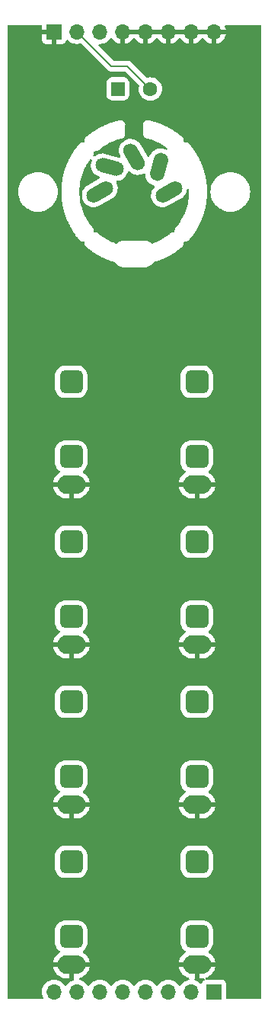
<source format=gbl>
G04 #@! TF.GenerationSoftware,KiCad,Pcbnew,8.0.0*
G04 #@! TF.CreationDate,2025-07-24T19:22:06+01:00*
G04 #@! TF.ProjectId,MidiToCvConnectors,4d696469-546f-4437-9643-6f6e6e656374,1_0*
G04 #@! TF.SameCoordinates,Original*
G04 #@! TF.FileFunction,Copper,L2,Bot*
G04 #@! TF.FilePolarity,Positive*
%FSLAX46Y46*%
G04 Gerber Fmt 4.6, Leading zero omitted, Abs format (unit mm)*
G04 Created by KiCad (PCBNEW 8.0.0) date 2025-07-24 19:22:06*
%MOMM*%
%LPD*%
G01*
G04 APERTURE LIST*
G04 Aperture macros list*
%AMRoundRect*
0 Rectangle with rounded corners*
0 $1 Rounding radius*
0 $2 $3 $4 $5 $6 $7 $8 $9 X,Y pos of 4 corners*
0 Add a 4 corners polygon primitive as box body*
4,1,4,$2,$3,$4,$5,$6,$7,$8,$9,$2,$3,0*
0 Add four circle primitives for the rounded corners*
1,1,$1+$1,$2,$3*
1,1,$1+$1,$4,$5*
1,1,$1+$1,$6,$7*
1,1,$1+$1,$8,$9*
0 Add four rect primitives between the rounded corners*
20,1,$1+$1,$2,$3,$4,$5,0*
20,1,$1+$1,$4,$5,$6,$7,0*
20,1,$1+$1,$6,$7,$8,$9,0*
20,1,$1+$1,$8,$9,$2,$3,0*%
%AMHorizOval*
0 Thick line with rounded ends*
0 $1 width*
0 $2 $3 position (X,Y) of the first rounded end (center of the circle)*
0 $4 $5 position (X,Y) of the second rounded end (center of the circle)*
0 Add line between two ends*
20,1,$1,$2,$3,$4,$5,0*
0 Add two circle primitives to create the rounded ends*
1,1,$1,$2,$3*
1,1,$1,$4,$5*%
G04 Aperture macros list end*
G04 #@! TA.AperFunction,ComponentPad*
%ADD10O,3.100000X2.100000*%
G04 #@! TD*
G04 #@! TA.AperFunction,ComponentPad*
%ADD11RoundRect,0.650000X-0.650000X-0.650000X0.650000X-0.650000X0.650000X0.650000X-0.650000X0.650000X0*%
G04 #@! TD*
G04 #@! TA.AperFunction,ComponentPad*
%ADD12HorizOval,1.600000X0.692820X0.400000X-0.692820X-0.400000X0*%
G04 #@! TD*
G04 #@! TA.AperFunction,ComponentPad*
%ADD13HorizOval,1.600000X-0.400000X0.692820X0.400000X-0.692820X0*%
G04 #@! TD*
G04 #@! TA.AperFunction,ComponentPad*
%ADD14HorizOval,1.600000X0.772741X-0.207055X-0.772741X0.207055X0*%
G04 #@! TD*
G04 #@! TA.AperFunction,ComponentPad*
%ADD15HorizOval,1.600000X0.207055X0.772741X-0.207055X-0.772741X0*%
G04 #@! TD*
G04 #@! TA.AperFunction,ComponentPad*
%ADD16RoundRect,0.250000X-0.550000X-0.550000X0.550000X-0.550000X0.550000X0.550000X-0.550000X0.550000X0*%
G04 #@! TD*
G04 #@! TA.AperFunction,ComponentPad*
%ADD17C,1.600000*%
G04 #@! TD*
G04 #@! TA.AperFunction,ComponentPad*
%ADD18R,1.700000X1.700000*%
G04 #@! TD*
G04 #@! TA.AperFunction,ComponentPad*
%ADD19O,1.700000X1.700000*%
G04 #@! TD*
G04 #@! TA.AperFunction,Conductor*
%ADD20C,0.200000*%
G04 #@! TD*
G04 APERTURE END LIST*
D10*
X46990000Y-131575000D03*
D11*
X46990000Y-120175000D03*
X46990000Y-128475000D03*
D10*
X33020000Y-113795000D03*
D11*
X33020000Y-102395000D03*
X33020000Y-110695000D03*
D10*
X46990000Y-113795000D03*
D11*
X46990000Y-102395000D03*
X46990000Y-110695000D03*
D10*
X33020000Y-96015000D03*
D11*
X33020000Y-84615000D03*
X33020000Y-92915000D03*
D10*
X46990000Y-96015000D03*
D11*
X46990000Y-84615000D03*
X46990000Y-92915000D03*
D10*
X33020000Y-149355000D03*
D11*
X33020000Y-137955000D03*
X33020000Y-146255000D03*
D12*
X36195000Y-63500000D03*
D13*
X40005000Y-59625000D03*
D12*
X43880000Y-63500000D03*
D14*
X37265000Y-60760000D03*
D15*
X42745000Y-60760000D03*
D10*
X33020000Y-131575000D03*
D11*
X33020000Y-120175000D03*
X33020000Y-128475000D03*
D10*
X46990000Y-149355000D03*
D11*
X46990000Y-137955000D03*
X46990000Y-146255000D03*
D16*
X38205000Y-52070000D03*
D17*
X41805000Y-52070000D03*
D18*
X48895000Y-152400000D03*
D19*
X46355000Y-152400000D03*
X43815000Y-152400000D03*
X41275000Y-152400000D03*
X38735000Y-152400000D03*
X36195000Y-152400000D03*
X33655000Y-152400000D03*
X31115000Y-152400000D03*
D18*
X31115000Y-45720000D03*
D19*
X33655000Y-45720000D03*
X36195000Y-45720000D03*
X38735000Y-45720000D03*
X41275000Y-45720000D03*
X43815000Y-45720000D03*
X46355000Y-45720000D03*
X48895000Y-45720000D03*
D20*
X39265000Y-49530000D02*
X41805000Y-52070000D01*
X37465000Y-49530000D02*
X39265000Y-49530000D01*
X33655000Y-45720000D02*
X37465000Y-49530000D01*
G04 #@! TA.AperFunction,Conductor*
G36*
X29708039Y-44970185D02*
G01*
X29753794Y-45022989D01*
X29765000Y-45074500D01*
X29765000Y-45470000D01*
X30681988Y-45470000D01*
X30649075Y-45527007D01*
X30615000Y-45654174D01*
X30615000Y-45785826D01*
X30649075Y-45912993D01*
X30681988Y-45970000D01*
X29765000Y-45970000D01*
X29765000Y-46617844D01*
X29771401Y-46677372D01*
X29771403Y-46677379D01*
X29821645Y-46812086D01*
X29821649Y-46812093D01*
X29907809Y-46927187D01*
X29907812Y-46927190D01*
X30022906Y-47013350D01*
X30022913Y-47013354D01*
X30157620Y-47063596D01*
X30157627Y-47063598D01*
X30217155Y-47069999D01*
X30217172Y-47070000D01*
X30865000Y-47070000D01*
X30865000Y-46153012D01*
X30922007Y-46185925D01*
X31049174Y-46220000D01*
X31180826Y-46220000D01*
X31307993Y-46185925D01*
X31365000Y-46153012D01*
X31365000Y-47070000D01*
X32012828Y-47070000D01*
X32012844Y-47069999D01*
X32072372Y-47063598D01*
X32072379Y-47063596D01*
X32207086Y-47013354D01*
X32207093Y-47013350D01*
X32322187Y-46927190D01*
X32322190Y-46927187D01*
X32408350Y-46812093D01*
X32408354Y-46812086D01*
X32457422Y-46680529D01*
X32499293Y-46624595D01*
X32564757Y-46600178D01*
X32633030Y-46615030D01*
X32661285Y-46636181D01*
X32783599Y-46758495D01*
X32860135Y-46812086D01*
X32977165Y-46894032D01*
X32977167Y-46894033D01*
X32977170Y-46894035D01*
X33191337Y-46993903D01*
X33419592Y-47055063D01*
X33590319Y-47070000D01*
X33654999Y-47075659D01*
X33655000Y-47075659D01*
X33655001Y-47075659D01*
X33719681Y-47070000D01*
X33890408Y-47055063D01*
X34018757Y-47020672D01*
X34088606Y-47022335D01*
X34138530Y-47052765D01*
X37096284Y-50010520D01*
X37096286Y-50010521D01*
X37096290Y-50010524D01*
X37233209Y-50089573D01*
X37233216Y-50089577D01*
X37385943Y-50130501D01*
X37385945Y-50130501D01*
X37551654Y-50130501D01*
X37551670Y-50130500D01*
X38964903Y-50130500D01*
X39031942Y-50150185D01*
X39052584Y-50166819D01*
X40513058Y-51627293D01*
X40546543Y-51688616D01*
X40545152Y-51747067D01*
X40519366Y-51843302D01*
X40519364Y-51843313D01*
X40499532Y-52069998D01*
X40499532Y-52070001D01*
X40519364Y-52296686D01*
X40519366Y-52296697D01*
X40578258Y-52516488D01*
X40578261Y-52516497D01*
X40674431Y-52722732D01*
X40674432Y-52722734D01*
X40804954Y-52909141D01*
X40965858Y-53070045D01*
X40965861Y-53070047D01*
X41152266Y-53200568D01*
X41358504Y-53296739D01*
X41578308Y-53355635D01*
X41740230Y-53369801D01*
X41804998Y-53375468D01*
X41805000Y-53375468D01*
X41805002Y-53375468D01*
X41861807Y-53370498D01*
X42031692Y-53355635D01*
X42251496Y-53296739D01*
X42457734Y-53200568D01*
X42644139Y-53070047D01*
X42805047Y-52909139D01*
X42935568Y-52722734D01*
X43031739Y-52516496D01*
X43090635Y-52296692D01*
X43110468Y-52070000D01*
X43090635Y-51843308D01*
X43031739Y-51623504D01*
X42935568Y-51417266D01*
X42805047Y-51230861D01*
X42805045Y-51230858D01*
X42644141Y-51069954D01*
X42457734Y-50939432D01*
X42457732Y-50939431D01*
X42251497Y-50843261D01*
X42251488Y-50843258D01*
X42031697Y-50784366D01*
X42031693Y-50784365D01*
X42031692Y-50784365D01*
X42031691Y-50784364D01*
X42031686Y-50784364D01*
X41805002Y-50764532D01*
X41804998Y-50764532D01*
X41578313Y-50784364D01*
X41578302Y-50784366D01*
X41482067Y-50810152D01*
X41412217Y-50808489D01*
X41362293Y-50778058D01*
X39752590Y-49168355D01*
X39752588Y-49168352D01*
X39633717Y-49049481D01*
X39633716Y-49049480D01*
X39546904Y-48999360D01*
X39546904Y-48999359D01*
X39546900Y-48999358D01*
X39496785Y-48970423D01*
X39344057Y-48929499D01*
X39185943Y-48929499D01*
X39178347Y-48929499D01*
X39178331Y-48929500D01*
X37765098Y-48929500D01*
X37698059Y-48909815D01*
X37677417Y-48893181D01*
X36068667Y-47284431D01*
X36035182Y-47223108D01*
X36040166Y-47153416D01*
X36082038Y-47097483D01*
X36147502Y-47073066D01*
X36167144Y-47073221D01*
X36195000Y-47075659D01*
X36430408Y-47055063D01*
X36658663Y-46993903D01*
X36872830Y-46894035D01*
X37066401Y-46758495D01*
X37233495Y-46591401D01*
X37363730Y-46405405D01*
X37418307Y-46361781D01*
X37487805Y-46354587D01*
X37550160Y-46386110D01*
X37566879Y-46405405D01*
X37696890Y-46591078D01*
X37863917Y-46758105D01*
X38057421Y-46893600D01*
X38271507Y-46993429D01*
X38271516Y-46993433D01*
X38485000Y-47050634D01*
X38485000Y-46153012D01*
X38542007Y-46185925D01*
X38669174Y-46220000D01*
X38800826Y-46220000D01*
X38927993Y-46185925D01*
X38985000Y-46153012D01*
X38985000Y-47050633D01*
X39198483Y-46993433D01*
X39198492Y-46993429D01*
X39412578Y-46893600D01*
X39606082Y-46758105D01*
X39773105Y-46591082D01*
X39903425Y-46404968D01*
X39958002Y-46361344D01*
X40027501Y-46354151D01*
X40089855Y-46385673D01*
X40106575Y-46404968D01*
X40236894Y-46591082D01*
X40403917Y-46758105D01*
X40597421Y-46893600D01*
X40811507Y-46993429D01*
X40811516Y-46993433D01*
X41025000Y-47050634D01*
X41025000Y-46153012D01*
X41082007Y-46185925D01*
X41209174Y-46220000D01*
X41340826Y-46220000D01*
X41467993Y-46185925D01*
X41525000Y-46153012D01*
X41525000Y-47050633D01*
X41738483Y-46993433D01*
X41738492Y-46993429D01*
X41952578Y-46893600D01*
X42146082Y-46758105D01*
X42313105Y-46591082D01*
X42443425Y-46404968D01*
X42498002Y-46361344D01*
X42567501Y-46354151D01*
X42629855Y-46385673D01*
X42646575Y-46404968D01*
X42776894Y-46591082D01*
X42943917Y-46758105D01*
X43137421Y-46893600D01*
X43351507Y-46993429D01*
X43351516Y-46993433D01*
X43565000Y-47050634D01*
X43565000Y-46153012D01*
X43622007Y-46185925D01*
X43749174Y-46220000D01*
X43880826Y-46220000D01*
X44007993Y-46185925D01*
X44065000Y-46153012D01*
X44065000Y-47050633D01*
X44278483Y-46993433D01*
X44278492Y-46993429D01*
X44492578Y-46893600D01*
X44686082Y-46758105D01*
X44853105Y-46591082D01*
X44983425Y-46404968D01*
X45038002Y-46361344D01*
X45107501Y-46354151D01*
X45169855Y-46385673D01*
X45186575Y-46404968D01*
X45316894Y-46591082D01*
X45483917Y-46758105D01*
X45677421Y-46893600D01*
X45891507Y-46993429D01*
X45891516Y-46993433D01*
X46105000Y-47050634D01*
X46105000Y-46153012D01*
X46162007Y-46185925D01*
X46289174Y-46220000D01*
X46420826Y-46220000D01*
X46547993Y-46185925D01*
X46605000Y-46153012D01*
X46605000Y-47050633D01*
X46818483Y-46993433D01*
X46818492Y-46993429D01*
X47032578Y-46893600D01*
X47226082Y-46758105D01*
X47393105Y-46591082D01*
X47523425Y-46404968D01*
X47578002Y-46361344D01*
X47647501Y-46354151D01*
X47709855Y-46385673D01*
X47726575Y-46404968D01*
X47856894Y-46591082D01*
X48023917Y-46758105D01*
X48217421Y-46893600D01*
X48431507Y-46993429D01*
X48431516Y-46993433D01*
X48645000Y-47050634D01*
X48645000Y-46153012D01*
X48702007Y-46185925D01*
X48829174Y-46220000D01*
X48960826Y-46220000D01*
X49087993Y-46185925D01*
X49145000Y-46153012D01*
X49145000Y-47050633D01*
X49358483Y-46993433D01*
X49358492Y-46993429D01*
X49572578Y-46893600D01*
X49766082Y-46758105D01*
X49933105Y-46591082D01*
X50068600Y-46397578D01*
X50168429Y-46183492D01*
X50168432Y-46183486D01*
X50225636Y-45970000D01*
X49328012Y-45970000D01*
X49360925Y-45912993D01*
X49395000Y-45785826D01*
X49395000Y-45654174D01*
X49360925Y-45527007D01*
X49328012Y-45470000D01*
X50225636Y-45470000D01*
X50225635Y-45469999D01*
X50168432Y-45256513D01*
X50168430Y-45256507D01*
X50107995Y-45126905D01*
X50097503Y-45057828D01*
X50126023Y-44994044D01*
X50184499Y-44955804D01*
X50220377Y-44950500D01*
X53985500Y-44950500D01*
X54052539Y-44970185D01*
X54098294Y-45022989D01*
X54109500Y-45074500D01*
X54109500Y-153045500D01*
X54089815Y-153112539D01*
X54037011Y-153158294D01*
X53985500Y-153169500D01*
X50369500Y-153169500D01*
X50302461Y-153149815D01*
X50256706Y-153097011D01*
X50245500Y-153045500D01*
X50245499Y-151502129D01*
X50245498Y-151502123D01*
X50239091Y-151442516D01*
X50188797Y-151307671D01*
X50188793Y-151307664D01*
X50102547Y-151192455D01*
X50102544Y-151192452D01*
X49987335Y-151106206D01*
X49987328Y-151106202D01*
X49852482Y-151055908D01*
X49852483Y-151055908D01*
X49792883Y-151049501D01*
X49792881Y-151049500D01*
X49792873Y-151049500D01*
X49792865Y-151049500D01*
X48073672Y-151049500D01*
X48006633Y-151029815D01*
X47960878Y-150977011D01*
X47950934Y-150907853D01*
X47979959Y-150844297D01*
X48035355Y-150807569D01*
X48084995Y-150791440D01*
X48302377Y-150680678D01*
X48499759Y-150537271D01*
X48672271Y-150364759D01*
X48815678Y-150167377D01*
X48926439Y-149949998D01*
X49001834Y-149717959D01*
X49019725Y-149605000D01*
X47656988Y-149605000D01*
X47674205Y-149595060D01*
X47730060Y-149539205D01*
X47769556Y-149470796D01*
X47790000Y-149394496D01*
X47790000Y-149315504D01*
X47769556Y-149239204D01*
X47730060Y-149170795D01*
X47674205Y-149114940D01*
X47656988Y-149105000D01*
X49019725Y-149105000D01*
X49001834Y-148992040D01*
X48926439Y-148760001D01*
X48815678Y-148542622D01*
X48672271Y-148345240D01*
X48499759Y-148172728D01*
X48314550Y-148038165D01*
X48271885Y-147982835D01*
X48265906Y-147913221D01*
X48298512Y-147851426D01*
X48317354Y-147835551D01*
X48378142Y-147793911D01*
X48528911Y-147643142D01*
X48649409Y-147467237D01*
X48735532Y-147272185D01*
X48784349Y-147064630D01*
X48790500Y-146976012D01*
X48790500Y-145533988D01*
X48784349Y-145445370D01*
X48784347Y-145445364D01*
X48784347Y-145445359D01*
X48735534Y-145237823D01*
X48735532Y-145237817D01*
X48735532Y-145237815D01*
X48649409Y-145042763D01*
X48528911Y-144866858D01*
X48528906Y-144866852D01*
X48378147Y-144716093D01*
X48378141Y-144716088D01*
X48202238Y-144595592D01*
X48202239Y-144595592D01*
X48202237Y-144595591D01*
X48007185Y-144509468D01*
X48007183Y-144509467D01*
X48007182Y-144509467D01*
X48007176Y-144509465D01*
X47799640Y-144460652D01*
X47799624Y-144460650D01*
X47711016Y-144454500D01*
X47711012Y-144454500D01*
X46268988Y-144454500D01*
X46268984Y-144454500D01*
X46180375Y-144460650D01*
X46180359Y-144460652D01*
X45972823Y-144509465D01*
X45972817Y-144509467D01*
X45777761Y-144595592D01*
X45601858Y-144716088D01*
X45601852Y-144716093D01*
X45451093Y-144866852D01*
X45451088Y-144866858D01*
X45330592Y-145042761D01*
X45244467Y-145237817D01*
X45244465Y-145237823D01*
X45195652Y-145445359D01*
X45195650Y-145445375D01*
X45189500Y-145533984D01*
X45189500Y-146976015D01*
X45195650Y-147064624D01*
X45195652Y-147064640D01*
X45244465Y-147272176D01*
X45244467Y-147272182D01*
X45244468Y-147272185D01*
X45330591Y-147467237D01*
X45330592Y-147467238D01*
X45451088Y-147643141D01*
X45451093Y-147643147D01*
X45601852Y-147793906D01*
X45601857Y-147793910D01*
X45601858Y-147793911D01*
X45662637Y-147835546D01*
X45662639Y-147835547D01*
X45706822Y-147889673D01*
X45714729Y-147959093D01*
X45683849Y-148021769D01*
X45665449Y-148038165D01*
X45480241Y-148172727D01*
X45307728Y-148345240D01*
X45164321Y-148542622D01*
X45053560Y-148760001D01*
X44978165Y-148992040D01*
X44960275Y-149105000D01*
X46323012Y-149105000D01*
X46305795Y-149114940D01*
X46249940Y-149170795D01*
X46210444Y-149239204D01*
X46190000Y-149315504D01*
X46190000Y-149394496D01*
X46210444Y-149470796D01*
X46249940Y-149539205D01*
X46305795Y-149595060D01*
X46323012Y-149605000D01*
X44960275Y-149605000D01*
X44978165Y-149717959D01*
X45053560Y-149949998D01*
X45164321Y-150167377D01*
X45307728Y-150364759D01*
X45480240Y-150537271D01*
X45677622Y-150680678D01*
X45895003Y-150791439D01*
X46059687Y-150844949D01*
X46117363Y-150884387D01*
X46144561Y-150948745D01*
X46132646Y-151017592D01*
X46085402Y-151069067D01*
X46053463Y-151082655D01*
X45891342Y-151126095D01*
X45891335Y-151126098D01*
X45677171Y-151225964D01*
X45677169Y-151225965D01*
X45483597Y-151361505D01*
X45316505Y-151528597D01*
X45186575Y-151714158D01*
X45131998Y-151757783D01*
X45062500Y-151764977D01*
X45000145Y-151733454D01*
X44983425Y-151714158D01*
X44853494Y-151528597D01*
X44686402Y-151361506D01*
X44686395Y-151361501D01*
X44492834Y-151225967D01*
X44492830Y-151225965D01*
X44492828Y-151225964D01*
X44278663Y-151126097D01*
X44278659Y-151126096D01*
X44278655Y-151126094D01*
X44050413Y-151064938D01*
X44050403Y-151064936D01*
X43815001Y-151044341D01*
X43814999Y-151044341D01*
X43579596Y-151064936D01*
X43579586Y-151064938D01*
X43351344Y-151126094D01*
X43351335Y-151126098D01*
X43137171Y-151225964D01*
X43137169Y-151225965D01*
X42943597Y-151361505D01*
X42776505Y-151528597D01*
X42646575Y-151714158D01*
X42591998Y-151757783D01*
X42522500Y-151764977D01*
X42460145Y-151733454D01*
X42443425Y-151714158D01*
X42313494Y-151528597D01*
X42146402Y-151361506D01*
X42146395Y-151361501D01*
X41952834Y-151225967D01*
X41952830Y-151225965D01*
X41952828Y-151225964D01*
X41738663Y-151126097D01*
X41738659Y-151126096D01*
X41738655Y-151126094D01*
X41510413Y-151064938D01*
X41510403Y-151064936D01*
X41275001Y-151044341D01*
X41274999Y-151044341D01*
X41039596Y-151064936D01*
X41039586Y-151064938D01*
X40811344Y-151126094D01*
X40811335Y-151126098D01*
X40597171Y-151225964D01*
X40597169Y-151225965D01*
X40403597Y-151361505D01*
X40236505Y-151528597D01*
X40106575Y-151714158D01*
X40051998Y-151757783D01*
X39982500Y-151764977D01*
X39920145Y-151733454D01*
X39903425Y-151714158D01*
X39773494Y-151528597D01*
X39606402Y-151361506D01*
X39606395Y-151361501D01*
X39412834Y-151225967D01*
X39412830Y-151225965D01*
X39412828Y-151225964D01*
X39198663Y-151126097D01*
X39198659Y-151126096D01*
X39198655Y-151126094D01*
X38970413Y-151064938D01*
X38970403Y-151064936D01*
X38735001Y-151044341D01*
X38734999Y-151044341D01*
X38499596Y-151064936D01*
X38499586Y-151064938D01*
X38271344Y-151126094D01*
X38271335Y-151126098D01*
X38057171Y-151225964D01*
X38057169Y-151225965D01*
X37863597Y-151361505D01*
X37696505Y-151528597D01*
X37566575Y-151714158D01*
X37511998Y-151757783D01*
X37442500Y-151764977D01*
X37380145Y-151733454D01*
X37363425Y-151714158D01*
X37233494Y-151528597D01*
X37066402Y-151361506D01*
X37066395Y-151361501D01*
X36872834Y-151225967D01*
X36872830Y-151225965D01*
X36872828Y-151225964D01*
X36658663Y-151126097D01*
X36658659Y-151126096D01*
X36658655Y-151126094D01*
X36430413Y-151064938D01*
X36430403Y-151064936D01*
X36195001Y-151044341D01*
X36194999Y-151044341D01*
X35959596Y-151064936D01*
X35959586Y-151064938D01*
X35731344Y-151126094D01*
X35731335Y-151126098D01*
X35517171Y-151225964D01*
X35517169Y-151225965D01*
X35323597Y-151361505D01*
X35156505Y-151528597D01*
X35026575Y-151714158D01*
X34971998Y-151757783D01*
X34902500Y-151764977D01*
X34840145Y-151733454D01*
X34823425Y-151714158D01*
X34693494Y-151528597D01*
X34526402Y-151361506D01*
X34526395Y-151361501D01*
X34332834Y-151225967D01*
X34332830Y-151225965D01*
X34332828Y-151225964D01*
X34118663Y-151126097D01*
X34118660Y-151126096D01*
X34118658Y-151126095D01*
X33956536Y-151082655D01*
X33896876Y-151046290D01*
X33866347Y-150983443D01*
X33874642Y-150914067D01*
X33919127Y-150860189D01*
X33950312Y-150844949D01*
X34114996Y-150791439D01*
X34332377Y-150680678D01*
X34529759Y-150537271D01*
X34702271Y-150364759D01*
X34845678Y-150167377D01*
X34956439Y-149949998D01*
X35031834Y-149717959D01*
X35049725Y-149605000D01*
X33686988Y-149605000D01*
X33704205Y-149595060D01*
X33760060Y-149539205D01*
X33799556Y-149470796D01*
X33820000Y-149394496D01*
X33820000Y-149315504D01*
X33799556Y-149239204D01*
X33760060Y-149170795D01*
X33704205Y-149114940D01*
X33686988Y-149105000D01*
X35049725Y-149105000D01*
X35031834Y-148992040D01*
X34956439Y-148760001D01*
X34845678Y-148542622D01*
X34702271Y-148345240D01*
X34529759Y-148172728D01*
X34344550Y-148038165D01*
X34301885Y-147982835D01*
X34295906Y-147913221D01*
X34328512Y-147851426D01*
X34347354Y-147835551D01*
X34408142Y-147793911D01*
X34558911Y-147643142D01*
X34679409Y-147467237D01*
X34765532Y-147272185D01*
X34814349Y-147064630D01*
X34820500Y-146976012D01*
X34820500Y-145533988D01*
X34814349Y-145445370D01*
X34814347Y-145445364D01*
X34814347Y-145445359D01*
X34765534Y-145237823D01*
X34765532Y-145237817D01*
X34765532Y-145237815D01*
X34679409Y-145042763D01*
X34558911Y-144866858D01*
X34558906Y-144866852D01*
X34408147Y-144716093D01*
X34408141Y-144716088D01*
X34232238Y-144595592D01*
X34232239Y-144595592D01*
X34232237Y-144595591D01*
X34037185Y-144509468D01*
X34037183Y-144509467D01*
X34037182Y-144509467D01*
X34037176Y-144509465D01*
X33829640Y-144460652D01*
X33829624Y-144460650D01*
X33741016Y-144454500D01*
X33741012Y-144454500D01*
X32298988Y-144454500D01*
X32298984Y-144454500D01*
X32210375Y-144460650D01*
X32210359Y-144460652D01*
X32002823Y-144509465D01*
X32002817Y-144509467D01*
X31807761Y-144595592D01*
X31631858Y-144716088D01*
X31631852Y-144716093D01*
X31481093Y-144866852D01*
X31481088Y-144866858D01*
X31360592Y-145042761D01*
X31274467Y-145237817D01*
X31274465Y-145237823D01*
X31225652Y-145445359D01*
X31225650Y-145445375D01*
X31219500Y-145533984D01*
X31219500Y-146976015D01*
X31225650Y-147064624D01*
X31225652Y-147064640D01*
X31274465Y-147272176D01*
X31274467Y-147272182D01*
X31274468Y-147272185D01*
X31360591Y-147467237D01*
X31360592Y-147467238D01*
X31481088Y-147643141D01*
X31481093Y-147643147D01*
X31631852Y-147793906D01*
X31631857Y-147793910D01*
X31631858Y-147793911D01*
X31692637Y-147835546D01*
X31692639Y-147835547D01*
X31736822Y-147889673D01*
X31744729Y-147959093D01*
X31713849Y-148021769D01*
X31695449Y-148038165D01*
X31510241Y-148172727D01*
X31337728Y-148345240D01*
X31194321Y-148542622D01*
X31083560Y-148760001D01*
X31008165Y-148992040D01*
X30990275Y-149105000D01*
X32353012Y-149105000D01*
X32335795Y-149114940D01*
X32279940Y-149170795D01*
X32240444Y-149239204D01*
X32220000Y-149315504D01*
X32220000Y-149394496D01*
X32240444Y-149470796D01*
X32279940Y-149539205D01*
X32335795Y-149595060D01*
X32353012Y-149605000D01*
X30990275Y-149605000D01*
X31008165Y-149717959D01*
X31083560Y-149949998D01*
X31194321Y-150167377D01*
X31337728Y-150364759D01*
X31510240Y-150537271D01*
X31707622Y-150680678D01*
X31925001Y-150791439D01*
X32157040Y-150866834D01*
X32398007Y-150905000D01*
X32770000Y-150905000D01*
X32770000Y-149655000D01*
X33270000Y-149655000D01*
X33270000Y-150905000D01*
X33275881Y-150910881D01*
X33309366Y-150972204D01*
X33304382Y-151041896D01*
X33262510Y-151097829D01*
X33220296Y-151118336D01*
X33191348Y-151126093D01*
X33191338Y-151126096D01*
X33191337Y-151126097D01*
X33191335Y-151126098D01*
X32977171Y-151225964D01*
X32977169Y-151225965D01*
X32783597Y-151361505D01*
X32616505Y-151528597D01*
X32486575Y-151714158D01*
X32431998Y-151757783D01*
X32362500Y-151764977D01*
X32300145Y-151733454D01*
X32283425Y-151714158D01*
X32153494Y-151528597D01*
X31986402Y-151361506D01*
X31986395Y-151361501D01*
X31792834Y-151225967D01*
X31792830Y-151225965D01*
X31792828Y-151225964D01*
X31578663Y-151126097D01*
X31578659Y-151126096D01*
X31578655Y-151126094D01*
X31350413Y-151064938D01*
X31350403Y-151064936D01*
X31115001Y-151044341D01*
X31114999Y-151044341D01*
X30879596Y-151064936D01*
X30879586Y-151064938D01*
X30651344Y-151126094D01*
X30651335Y-151126098D01*
X30437171Y-151225964D01*
X30437169Y-151225965D01*
X30243597Y-151361505D01*
X30076505Y-151528597D01*
X29940965Y-151722169D01*
X29940964Y-151722171D01*
X29841098Y-151936335D01*
X29841094Y-151936344D01*
X29779938Y-152164586D01*
X29779936Y-152164596D01*
X29759341Y-152399999D01*
X29759341Y-152400000D01*
X29779936Y-152635403D01*
X29779938Y-152635413D01*
X29841094Y-152863655D01*
X29841097Y-152863664D01*
X29865368Y-152915712D01*
X29901453Y-152993097D01*
X29911945Y-153062172D01*
X29883426Y-153125956D01*
X29824949Y-153164196D01*
X29789071Y-153169500D01*
X26024500Y-153169500D01*
X25957461Y-153149815D01*
X25911706Y-153097011D01*
X25900500Y-153045500D01*
X25900500Y-138676015D01*
X31219500Y-138676015D01*
X31225650Y-138764624D01*
X31225652Y-138764640D01*
X31274465Y-138972176D01*
X31274467Y-138972182D01*
X31274468Y-138972185D01*
X31360591Y-139167237D01*
X31360592Y-139167238D01*
X31481088Y-139343141D01*
X31481093Y-139343147D01*
X31631852Y-139493906D01*
X31631858Y-139493911D01*
X31807763Y-139614409D01*
X32002815Y-139700532D01*
X32002821Y-139700533D01*
X32002823Y-139700534D01*
X32210359Y-139749347D01*
X32210364Y-139749347D01*
X32210370Y-139749349D01*
X32259602Y-139752766D01*
X32298984Y-139755500D01*
X32298988Y-139755500D01*
X33741016Y-139755500D01*
X33776459Y-139753039D01*
X33829630Y-139749349D01*
X33829636Y-139749347D01*
X33829640Y-139749347D01*
X34037176Y-139700534D01*
X34037174Y-139700534D01*
X34037185Y-139700532D01*
X34232237Y-139614409D01*
X34408142Y-139493911D01*
X34558911Y-139343142D01*
X34679409Y-139167237D01*
X34765532Y-138972185D01*
X34814349Y-138764630D01*
X34820500Y-138676015D01*
X45189500Y-138676015D01*
X45195650Y-138764624D01*
X45195652Y-138764640D01*
X45244465Y-138972176D01*
X45244467Y-138972182D01*
X45244468Y-138972185D01*
X45330591Y-139167237D01*
X45330592Y-139167238D01*
X45451088Y-139343141D01*
X45451093Y-139343147D01*
X45601852Y-139493906D01*
X45601858Y-139493911D01*
X45777763Y-139614409D01*
X45972815Y-139700532D01*
X45972821Y-139700533D01*
X45972823Y-139700534D01*
X46180359Y-139749347D01*
X46180364Y-139749347D01*
X46180370Y-139749349D01*
X46229602Y-139752766D01*
X46268984Y-139755500D01*
X46268988Y-139755500D01*
X47711016Y-139755500D01*
X47746459Y-139753039D01*
X47799630Y-139749349D01*
X47799636Y-139749347D01*
X47799640Y-139749347D01*
X48007176Y-139700534D01*
X48007174Y-139700534D01*
X48007185Y-139700532D01*
X48202237Y-139614409D01*
X48378142Y-139493911D01*
X48528911Y-139343142D01*
X48649409Y-139167237D01*
X48735532Y-138972185D01*
X48784349Y-138764630D01*
X48790500Y-138676012D01*
X48790500Y-137233988D01*
X48784349Y-137145370D01*
X48784347Y-137145364D01*
X48784347Y-137145359D01*
X48735534Y-136937823D01*
X48735532Y-136937817D01*
X48735532Y-136937815D01*
X48649409Y-136742763D01*
X48528911Y-136566858D01*
X48528906Y-136566852D01*
X48378147Y-136416093D01*
X48378141Y-136416088D01*
X48202238Y-136295592D01*
X48202239Y-136295592D01*
X48202237Y-136295591D01*
X48007185Y-136209468D01*
X48007183Y-136209467D01*
X48007182Y-136209467D01*
X48007176Y-136209465D01*
X47799640Y-136160652D01*
X47799624Y-136160650D01*
X47711016Y-136154500D01*
X47711012Y-136154500D01*
X46268988Y-136154500D01*
X46268984Y-136154500D01*
X46180375Y-136160650D01*
X46180359Y-136160652D01*
X45972823Y-136209465D01*
X45972817Y-136209467D01*
X45777761Y-136295592D01*
X45601858Y-136416088D01*
X45601852Y-136416093D01*
X45451093Y-136566852D01*
X45451088Y-136566858D01*
X45330592Y-136742761D01*
X45244467Y-136937817D01*
X45244465Y-136937823D01*
X45195652Y-137145359D01*
X45195650Y-137145375D01*
X45189500Y-137233984D01*
X45189500Y-138676015D01*
X34820500Y-138676015D01*
X34820500Y-138676012D01*
X34820500Y-137233988D01*
X34814349Y-137145370D01*
X34814347Y-137145364D01*
X34814347Y-137145359D01*
X34765534Y-136937823D01*
X34765532Y-136937817D01*
X34765532Y-136937815D01*
X34679409Y-136742763D01*
X34558911Y-136566858D01*
X34558906Y-136566852D01*
X34408147Y-136416093D01*
X34408141Y-136416088D01*
X34232238Y-136295592D01*
X34232239Y-136295592D01*
X34232237Y-136295591D01*
X34037185Y-136209468D01*
X34037183Y-136209467D01*
X34037182Y-136209467D01*
X34037176Y-136209465D01*
X33829640Y-136160652D01*
X33829624Y-136160650D01*
X33741016Y-136154500D01*
X33741012Y-136154500D01*
X32298988Y-136154500D01*
X32298984Y-136154500D01*
X32210375Y-136160650D01*
X32210359Y-136160652D01*
X32002823Y-136209465D01*
X32002817Y-136209467D01*
X31807761Y-136295592D01*
X31631858Y-136416088D01*
X31631852Y-136416093D01*
X31481093Y-136566852D01*
X31481088Y-136566858D01*
X31360592Y-136742761D01*
X31274467Y-136937817D01*
X31274465Y-136937823D01*
X31225652Y-137145359D01*
X31225650Y-137145375D01*
X31219500Y-137233984D01*
X31219500Y-138676015D01*
X25900500Y-138676015D01*
X25900500Y-131825000D01*
X30990275Y-131825000D01*
X31008165Y-131937959D01*
X31083560Y-132169998D01*
X31194321Y-132387377D01*
X31337728Y-132584759D01*
X31510240Y-132757271D01*
X31707622Y-132900678D01*
X31925001Y-133011439D01*
X32157040Y-133086834D01*
X32398007Y-133125000D01*
X32770000Y-133125000D01*
X32770000Y-131875000D01*
X33270000Y-131875000D01*
X33270000Y-133125000D01*
X33641993Y-133125000D01*
X33882959Y-133086834D01*
X34114998Y-133011439D01*
X34332377Y-132900678D01*
X34529759Y-132757271D01*
X34702271Y-132584759D01*
X34845678Y-132387377D01*
X34956439Y-132169998D01*
X35031834Y-131937959D01*
X35049725Y-131825000D01*
X44960275Y-131825000D01*
X44978165Y-131937959D01*
X45053560Y-132169998D01*
X45164321Y-132387377D01*
X45307728Y-132584759D01*
X45480240Y-132757271D01*
X45677622Y-132900678D01*
X45895001Y-133011439D01*
X46127040Y-133086834D01*
X46368007Y-133125000D01*
X46740000Y-133125000D01*
X46740000Y-131875000D01*
X47240000Y-131875000D01*
X47240000Y-133125000D01*
X47611993Y-133125000D01*
X47852959Y-133086834D01*
X48084998Y-133011439D01*
X48302377Y-132900678D01*
X48499759Y-132757271D01*
X48672271Y-132584759D01*
X48815678Y-132387377D01*
X48926439Y-132169998D01*
X49001834Y-131937959D01*
X49019725Y-131825000D01*
X47656988Y-131825000D01*
X47674205Y-131815060D01*
X47730060Y-131759205D01*
X47769556Y-131690796D01*
X47790000Y-131614496D01*
X47790000Y-131535504D01*
X47769556Y-131459204D01*
X47730060Y-131390795D01*
X47674205Y-131334940D01*
X47656988Y-131325000D01*
X49019725Y-131325000D01*
X49001834Y-131212040D01*
X48926439Y-130980001D01*
X48815678Y-130762622D01*
X48672271Y-130565240D01*
X48499759Y-130392728D01*
X48314550Y-130258165D01*
X48271885Y-130202835D01*
X48265906Y-130133221D01*
X48298512Y-130071426D01*
X48317354Y-130055551D01*
X48378142Y-130013911D01*
X48528911Y-129863142D01*
X48649409Y-129687237D01*
X48735532Y-129492185D01*
X48784349Y-129284630D01*
X48790500Y-129196012D01*
X48790500Y-127753988D01*
X48784349Y-127665370D01*
X48784347Y-127665364D01*
X48784347Y-127665359D01*
X48735534Y-127457823D01*
X48735532Y-127457817D01*
X48735532Y-127457815D01*
X48649409Y-127262763D01*
X48528911Y-127086858D01*
X48528906Y-127086852D01*
X48378147Y-126936093D01*
X48378141Y-126936088D01*
X48202238Y-126815592D01*
X48202239Y-126815592D01*
X48202237Y-126815591D01*
X48007185Y-126729468D01*
X48007183Y-126729467D01*
X48007182Y-126729467D01*
X48007176Y-126729465D01*
X47799640Y-126680652D01*
X47799624Y-126680650D01*
X47711016Y-126674500D01*
X47711012Y-126674500D01*
X46268988Y-126674500D01*
X46268984Y-126674500D01*
X46180375Y-126680650D01*
X46180359Y-126680652D01*
X45972823Y-126729465D01*
X45972817Y-126729467D01*
X45777761Y-126815592D01*
X45601858Y-126936088D01*
X45601852Y-126936093D01*
X45451093Y-127086852D01*
X45451088Y-127086858D01*
X45330592Y-127262761D01*
X45244467Y-127457817D01*
X45244465Y-127457823D01*
X45195652Y-127665359D01*
X45195650Y-127665375D01*
X45189500Y-127753984D01*
X45189500Y-129196015D01*
X45195650Y-129284624D01*
X45195652Y-129284640D01*
X45244465Y-129492176D01*
X45244467Y-129492182D01*
X45244468Y-129492185D01*
X45330591Y-129687237D01*
X45330592Y-129687238D01*
X45451088Y-129863141D01*
X45451093Y-129863147D01*
X45601852Y-130013906D01*
X45601857Y-130013910D01*
X45601858Y-130013911D01*
X45662637Y-130055546D01*
X45662639Y-130055547D01*
X45706822Y-130109673D01*
X45714729Y-130179093D01*
X45683849Y-130241769D01*
X45665449Y-130258165D01*
X45480241Y-130392727D01*
X45307728Y-130565240D01*
X45164321Y-130762622D01*
X45053560Y-130980001D01*
X44978165Y-131212040D01*
X44960275Y-131325000D01*
X46323012Y-131325000D01*
X46305795Y-131334940D01*
X46249940Y-131390795D01*
X46210444Y-131459204D01*
X46190000Y-131535504D01*
X46190000Y-131614496D01*
X46210444Y-131690796D01*
X46249940Y-131759205D01*
X46305795Y-131815060D01*
X46323012Y-131825000D01*
X44960275Y-131825000D01*
X35049725Y-131825000D01*
X33686988Y-131825000D01*
X33704205Y-131815060D01*
X33760060Y-131759205D01*
X33799556Y-131690796D01*
X33820000Y-131614496D01*
X33820000Y-131535504D01*
X33799556Y-131459204D01*
X33760060Y-131390795D01*
X33704205Y-131334940D01*
X33686988Y-131325000D01*
X35049725Y-131325000D01*
X35031834Y-131212040D01*
X34956439Y-130980001D01*
X34845678Y-130762622D01*
X34702271Y-130565240D01*
X34529759Y-130392728D01*
X34344550Y-130258165D01*
X34301885Y-130202835D01*
X34295906Y-130133221D01*
X34328512Y-130071426D01*
X34347354Y-130055551D01*
X34408142Y-130013911D01*
X34558911Y-129863142D01*
X34679409Y-129687237D01*
X34765532Y-129492185D01*
X34814349Y-129284630D01*
X34820500Y-129196012D01*
X34820500Y-127753988D01*
X34814349Y-127665370D01*
X34814347Y-127665364D01*
X34814347Y-127665359D01*
X34765534Y-127457823D01*
X34765532Y-127457817D01*
X34765532Y-127457815D01*
X34679409Y-127262763D01*
X34558911Y-127086858D01*
X34558906Y-127086852D01*
X34408147Y-126936093D01*
X34408141Y-126936088D01*
X34232238Y-126815592D01*
X34232239Y-126815592D01*
X34232237Y-126815591D01*
X34037185Y-126729468D01*
X34037183Y-126729467D01*
X34037182Y-126729467D01*
X34037176Y-126729465D01*
X33829640Y-126680652D01*
X33829624Y-126680650D01*
X33741016Y-126674500D01*
X33741012Y-126674500D01*
X32298988Y-126674500D01*
X32298984Y-126674500D01*
X32210375Y-126680650D01*
X32210359Y-126680652D01*
X32002823Y-126729465D01*
X32002817Y-126729467D01*
X31807761Y-126815592D01*
X31631858Y-126936088D01*
X31631852Y-126936093D01*
X31481093Y-127086852D01*
X31481088Y-127086858D01*
X31360592Y-127262761D01*
X31274467Y-127457817D01*
X31274465Y-127457823D01*
X31225652Y-127665359D01*
X31225650Y-127665375D01*
X31219500Y-127753984D01*
X31219500Y-129196015D01*
X31225650Y-129284624D01*
X31225652Y-129284640D01*
X31274465Y-129492176D01*
X31274467Y-129492182D01*
X31274468Y-129492185D01*
X31360591Y-129687237D01*
X31360592Y-129687238D01*
X31481088Y-129863141D01*
X31481093Y-129863147D01*
X31631852Y-130013906D01*
X31631857Y-130013910D01*
X31631858Y-130013911D01*
X31692637Y-130055546D01*
X31692639Y-130055547D01*
X31736822Y-130109673D01*
X31744729Y-130179093D01*
X31713849Y-130241769D01*
X31695449Y-130258165D01*
X31510241Y-130392727D01*
X31337728Y-130565240D01*
X31194321Y-130762622D01*
X31083560Y-130980001D01*
X31008165Y-131212040D01*
X30990275Y-131325000D01*
X32353012Y-131325000D01*
X32335795Y-131334940D01*
X32279940Y-131390795D01*
X32240444Y-131459204D01*
X32220000Y-131535504D01*
X32220000Y-131614496D01*
X32240444Y-131690796D01*
X32279940Y-131759205D01*
X32335795Y-131815060D01*
X32353012Y-131825000D01*
X30990275Y-131825000D01*
X25900500Y-131825000D01*
X25900500Y-120896015D01*
X31219500Y-120896015D01*
X31225650Y-120984624D01*
X31225652Y-120984640D01*
X31274465Y-121192176D01*
X31274467Y-121192182D01*
X31274468Y-121192185D01*
X31360591Y-121387237D01*
X31360592Y-121387238D01*
X31481088Y-121563141D01*
X31481093Y-121563147D01*
X31631852Y-121713906D01*
X31631858Y-121713911D01*
X31807763Y-121834409D01*
X32002815Y-121920532D01*
X32002821Y-121920533D01*
X32002823Y-121920534D01*
X32210359Y-121969347D01*
X32210364Y-121969347D01*
X32210370Y-121969349D01*
X32259602Y-121972766D01*
X32298984Y-121975500D01*
X32298988Y-121975500D01*
X33741016Y-121975500D01*
X33776459Y-121973039D01*
X33829630Y-121969349D01*
X33829636Y-121969347D01*
X33829640Y-121969347D01*
X34037176Y-121920534D01*
X34037174Y-121920534D01*
X34037185Y-121920532D01*
X34232237Y-121834409D01*
X34408142Y-121713911D01*
X34558911Y-121563142D01*
X34679409Y-121387237D01*
X34765532Y-121192185D01*
X34814349Y-120984630D01*
X34820500Y-120896015D01*
X45189500Y-120896015D01*
X45195650Y-120984624D01*
X45195652Y-120984640D01*
X45244465Y-121192176D01*
X45244467Y-121192182D01*
X45244468Y-121192185D01*
X45330591Y-121387237D01*
X45330592Y-121387238D01*
X45451088Y-121563141D01*
X45451093Y-121563147D01*
X45601852Y-121713906D01*
X45601858Y-121713911D01*
X45777763Y-121834409D01*
X45972815Y-121920532D01*
X45972821Y-121920533D01*
X45972823Y-121920534D01*
X46180359Y-121969347D01*
X46180364Y-121969347D01*
X46180370Y-121969349D01*
X46229602Y-121972766D01*
X46268984Y-121975500D01*
X46268988Y-121975500D01*
X47711016Y-121975500D01*
X47746459Y-121973039D01*
X47799630Y-121969349D01*
X47799636Y-121969347D01*
X47799640Y-121969347D01*
X48007176Y-121920534D01*
X48007174Y-121920534D01*
X48007185Y-121920532D01*
X48202237Y-121834409D01*
X48378142Y-121713911D01*
X48528911Y-121563142D01*
X48649409Y-121387237D01*
X48735532Y-121192185D01*
X48784349Y-120984630D01*
X48790500Y-120896012D01*
X48790500Y-119453988D01*
X48784349Y-119365370D01*
X48784347Y-119365364D01*
X48784347Y-119365359D01*
X48735534Y-119157823D01*
X48735532Y-119157817D01*
X48735532Y-119157815D01*
X48649409Y-118962763D01*
X48528911Y-118786858D01*
X48528906Y-118786852D01*
X48378147Y-118636093D01*
X48378141Y-118636088D01*
X48202238Y-118515592D01*
X48202239Y-118515592D01*
X48202237Y-118515591D01*
X48007185Y-118429468D01*
X48007183Y-118429467D01*
X48007182Y-118429467D01*
X48007176Y-118429465D01*
X47799640Y-118380652D01*
X47799624Y-118380650D01*
X47711016Y-118374500D01*
X47711012Y-118374500D01*
X46268988Y-118374500D01*
X46268984Y-118374500D01*
X46180375Y-118380650D01*
X46180359Y-118380652D01*
X45972823Y-118429465D01*
X45972817Y-118429467D01*
X45777761Y-118515592D01*
X45601858Y-118636088D01*
X45601852Y-118636093D01*
X45451093Y-118786852D01*
X45451088Y-118786858D01*
X45330592Y-118962761D01*
X45244467Y-119157817D01*
X45244465Y-119157823D01*
X45195652Y-119365359D01*
X45195650Y-119365375D01*
X45189500Y-119453984D01*
X45189500Y-120896015D01*
X34820500Y-120896015D01*
X34820500Y-120896012D01*
X34820500Y-119453988D01*
X34814349Y-119365370D01*
X34814347Y-119365364D01*
X34814347Y-119365359D01*
X34765534Y-119157823D01*
X34765532Y-119157817D01*
X34765532Y-119157815D01*
X34679409Y-118962763D01*
X34558911Y-118786858D01*
X34558906Y-118786852D01*
X34408147Y-118636093D01*
X34408141Y-118636088D01*
X34232238Y-118515592D01*
X34232239Y-118515592D01*
X34232237Y-118515591D01*
X34037185Y-118429468D01*
X34037183Y-118429467D01*
X34037182Y-118429467D01*
X34037176Y-118429465D01*
X33829640Y-118380652D01*
X33829624Y-118380650D01*
X33741016Y-118374500D01*
X33741012Y-118374500D01*
X32298988Y-118374500D01*
X32298984Y-118374500D01*
X32210375Y-118380650D01*
X32210359Y-118380652D01*
X32002823Y-118429465D01*
X32002817Y-118429467D01*
X31807761Y-118515592D01*
X31631858Y-118636088D01*
X31631852Y-118636093D01*
X31481093Y-118786852D01*
X31481088Y-118786858D01*
X31360592Y-118962761D01*
X31274467Y-119157817D01*
X31274465Y-119157823D01*
X31225652Y-119365359D01*
X31225650Y-119365375D01*
X31219500Y-119453984D01*
X31219500Y-120896015D01*
X25900500Y-120896015D01*
X25900500Y-114045000D01*
X30990275Y-114045000D01*
X31008165Y-114157959D01*
X31083560Y-114389998D01*
X31194321Y-114607377D01*
X31337728Y-114804759D01*
X31510240Y-114977271D01*
X31707622Y-115120678D01*
X31925001Y-115231439D01*
X32157040Y-115306834D01*
X32398007Y-115345000D01*
X32770000Y-115345000D01*
X32770000Y-114095000D01*
X33270000Y-114095000D01*
X33270000Y-115345000D01*
X33641993Y-115345000D01*
X33882959Y-115306834D01*
X34114998Y-115231439D01*
X34332377Y-115120678D01*
X34529759Y-114977271D01*
X34702271Y-114804759D01*
X34845678Y-114607377D01*
X34956439Y-114389998D01*
X35031834Y-114157959D01*
X35049725Y-114045000D01*
X44960275Y-114045000D01*
X44978165Y-114157959D01*
X45053560Y-114389998D01*
X45164321Y-114607377D01*
X45307728Y-114804759D01*
X45480240Y-114977271D01*
X45677622Y-115120678D01*
X45895001Y-115231439D01*
X46127040Y-115306834D01*
X46368007Y-115345000D01*
X46740000Y-115345000D01*
X46740000Y-114095000D01*
X47240000Y-114095000D01*
X47240000Y-115345000D01*
X47611993Y-115345000D01*
X47852959Y-115306834D01*
X48084998Y-115231439D01*
X48302377Y-115120678D01*
X48499759Y-114977271D01*
X48672271Y-114804759D01*
X48815678Y-114607377D01*
X48926439Y-114389998D01*
X49001834Y-114157959D01*
X49019725Y-114045000D01*
X47656988Y-114045000D01*
X47674205Y-114035060D01*
X47730060Y-113979205D01*
X47769556Y-113910796D01*
X47790000Y-113834496D01*
X47790000Y-113755504D01*
X47769556Y-113679204D01*
X47730060Y-113610795D01*
X47674205Y-113554940D01*
X47656988Y-113545000D01*
X49019725Y-113545000D01*
X49001834Y-113432040D01*
X48926439Y-113200001D01*
X48815678Y-112982622D01*
X48672271Y-112785240D01*
X48499759Y-112612728D01*
X48314550Y-112478165D01*
X48271885Y-112422835D01*
X48265906Y-112353221D01*
X48298512Y-112291426D01*
X48317354Y-112275551D01*
X48378142Y-112233911D01*
X48528911Y-112083142D01*
X48649409Y-111907237D01*
X48735532Y-111712185D01*
X48784349Y-111504630D01*
X48790500Y-111416012D01*
X48790500Y-109973988D01*
X48784349Y-109885370D01*
X48784347Y-109885364D01*
X48784347Y-109885359D01*
X48735534Y-109677823D01*
X48735532Y-109677817D01*
X48735532Y-109677815D01*
X48649409Y-109482763D01*
X48528911Y-109306858D01*
X48528906Y-109306852D01*
X48378147Y-109156093D01*
X48378141Y-109156088D01*
X48202238Y-109035592D01*
X48202239Y-109035592D01*
X48202237Y-109035591D01*
X48007185Y-108949468D01*
X48007183Y-108949467D01*
X48007182Y-108949467D01*
X48007176Y-108949465D01*
X47799640Y-108900652D01*
X47799624Y-108900650D01*
X47711016Y-108894500D01*
X47711012Y-108894500D01*
X46268988Y-108894500D01*
X46268984Y-108894500D01*
X46180375Y-108900650D01*
X46180359Y-108900652D01*
X45972823Y-108949465D01*
X45972817Y-108949467D01*
X45777761Y-109035592D01*
X45601858Y-109156088D01*
X45601852Y-109156093D01*
X45451093Y-109306852D01*
X45451088Y-109306858D01*
X45330592Y-109482761D01*
X45244467Y-109677817D01*
X45244465Y-109677823D01*
X45195652Y-109885359D01*
X45195650Y-109885375D01*
X45189500Y-109973984D01*
X45189500Y-111416015D01*
X45195650Y-111504624D01*
X45195652Y-111504640D01*
X45244465Y-111712176D01*
X45244467Y-111712182D01*
X45244468Y-111712185D01*
X45330591Y-111907237D01*
X45330592Y-111907238D01*
X45451088Y-112083141D01*
X45451093Y-112083147D01*
X45601852Y-112233906D01*
X45601857Y-112233910D01*
X45601858Y-112233911D01*
X45662637Y-112275546D01*
X45662639Y-112275547D01*
X45706822Y-112329673D01*
X45714729Y-112399093D01*
X45683849Y-112461769D01*
X45665449Y-112478165D01*
X45480241Y-112612727D01*
X45307728Y-112785240D01*
X45164321Y-112982622D01*
X45053560Y-113200001D01*
X44978165Y-113432040D01*
X44960275Y-113545000D01*
X46323012Y-113545000D01*
X46305795Y-113554940D01*
X46249940Y-113610795D01*
X46210444Y-113679204D01*
X46190000Y-113755504D01*
X46190000Y-113834496D01*
X46210444Y-113910796D01*
X46249940Y-113979205D01*
X46305795Y-114035060D01*
X46323012Y-114045000D01*
X44960275Y-114045000D01*
X35049725Y-114045000D01*
X33686988Y-114045000D01*
X33704205Y-114035060D01*
X33760060Y-113979205D01*
X33799556Y-113910796D01*
X33820000Y-113834496D01*
X33820000Y-113755504D01*
X33799556Y-113679204D01*
X33760060Y-113610795D01*
X33704205Y-113554940D01*
X33686988Y-113545000D01*
X35049725Y-113545000D01*
X35031834Y-113432040D01*
X34956439Y-113200001D01*
X34845678Y-112982622D01*
X34702271Y-112785240D01*
X34529759Y-112612728D01*
X34344550Y-112478165D01*
X34301885Y-112422835D01*
X34295906Y-112353221D01*
X34328512Y-112291426D01*
X34347354Y-112275551D01*
X34408142Y-112233911D01*
X34558911Y-112083142D01*
X34679409Y-111907237D01*
X34765532Y-111712185D01*
X34814349Y-111504630D01*
X34820500Y-111416012D01*
X34820500Y-109973988D01*
X34814349Y-109885370D01*
X34814347Y-109885364D01*
X34814347Y-109885359D01*
X34765534Y-109677823D01*
X34765532Y-109677817D01*
X34765532Y-109677815D01*
X34679409Y-109482763D01*
X34558911Y-109306858D01*
X34558906Y-109306852D01*
X34408147Y-109156093D01*
X34408141Y-109156088D01*
X34232238Y-109035592D01*
X34232239Y-109035592D01*
X34232237Y-109035591D01*
X34037185Y-108949468D01*
X34037183Y-108949467D01*
X34037182Y-108949467D01*
X34037176Y-108949465D01*
X33829640Y-108900652D01*
X33829624Y-108900650D01*
X33741016Y-108894500D01*
X33741012Y-108894500D01*
X32298988Y-108894500D01*
X32298984Y-108894500D01*
X32210375Y-108900650D01*
X32210359Y-108900652D01*
X32002823Y-108949465D01*
X32002817Y-108949467D01*
X31807761Y-109035592D01*
X31631858Y-109156088D01*
X31631852Y-109156093D01*
X31481093Y-109306852D01*
X31481088Y-109306858D01*
X31360592Y-109482761D01*
X31274467Y-109677817D01*
X31274465Y-109677823D01*
X31225652Y-109885359D01*
X31225650Y-109885375D01*
X31219500Y-109973984D01*
X31219500Y-111416015D01*
X31225650Y-111504624D01*
X31225652Y-111504640D01*
X31274465Y-111712176D01*
X31274467Y-111712182D01*
X31274468Y-111712185D01*
X31360591Y-111907237D01*
X31360592Y-111907238D01*
X31481088Y-112083141D01*
X31481093Y-112083147D01*
X31631852Y-112233906D01*
X31631857Y-112233910D01*
X31631858Y-112233911D01*
X31692637Y-112275546D01*
X31692639Y-112275547D01*
X31736822Y-112329673D01*
X31744729Y-112399093D01*
X31713849Y-112461769D01*
X31695449Y-112478165D01*
X31510241Y-112612727D01*
X31337728Y-112785240D01*
X31194321Y-112982622D01*
X31083560Y-113200001D01*
X31008165Y-113432040D01*
X30990275Y-113545000D01*
X32353012Y-113545000D01*
X32335795Y-113554940D01*
X32279940Y-113610795D01*
X32240444Y-113679204D01*
X32220000Y-113755504D01*
X32220000Y-113834496D01*
X32240444Y-113910796D01*
X32279940Y-113979205D01*
X32335795Y-114035060D01*
X32353012Y-114045000D01*
X30990275Y-114045000D01*
X25900500Y-114045000D01*
X25900500Y-103116015D01*
X31219500Y-103116015D01*
X31225650Y-103204624D01*
X31225652Y-103204640D01*
X31274465Y-103412176D01*
X31274467Y-103412182D01*
X31274468Y-103412185D01*
X31360591Y-103607237D01*
X31360592Y-103607238D01*
X31481088Y-103783141D01*
X31481093Y-103783147D01*
X31631852Y-103933906D01*
X31631858Y-103933911D01*
X31807763Y-104054409D01*
X32002815Y-104140532D01*
X32002821Y-104140533D01*
X32002823Y-104140534D01*
X32210359Y-104189347D01*
X32210364Y-104189347D01*
X32210370Y-104189349D01*
X32259602Y-104192766D01*
X32298984Y-104195500D01*
X32298988Y-104195500D01*
X33741016Y-104195500D01*
X33776459Y-104193039D01*
X33829630Y-104189349D01*
X33829636Y-104189347D01*
X33829640Y-104189347D01*
X34037176Y-104140534D01*
X34037174Y-104140534D01*
X34037185Y-104140532D01*
X34232237Y-104054409D01*
X34408142Y-103933911D01*
X34558911Y-103783142D01*
X34679409Y-103607237D01*
X34765532Y-103412185D01*
X34814349Y-103204630D01*
X34820500Y-103116015D01*
X45189500Y-103116015D01*
X45195650Y-103204624D01*
X45195652Y-103204640D01*
X45244465Y-103412176D01*
X45244467Y-103412182D01*
X45244468Y-103412185D01*
X45330591Y-103607237D01*
X45330592Y-103607238D01*
X45451088Y-103783141D01*
X45451093Y-103783147D01*
X45601852Y-103933906D01*
X45601858Y-103933911D01*
X45777763Y-104054409D01*
X45972815Y-104140532D01*
X45972821Y-104140533D01*
X45972823Y-104140534D01*
X46180359Y-104189347D01*
X46180364Y-104189347D01*
X46180370Y-104189349D01*
X46229602Y-104192766D01*
X46268984Y-104195500D01*
X46268988Y-104195500D01*
X47711016Y-104195500D01*
X47746459Y-104193039D01*
X47799630Y-104189349D01*
X47799636Y-104189347D01*
X47799640Y-104189347D01*
X48007176Y-104140534D01*
X48007174Y-104140534D01*
X48007185Y-104140532D01*
X48202237Y-104054409D01*
X48378142Y-103933911D01*
X48528911Y-103783142D01*
X48649409Y-103607237D01*
X48735532Y-103412185D01*
X48784349Y-103204630D01*
X48790500Y-103116012D01*
X48790500Y-101673988D01*
X48784349Y-101585370D01*
X48784347Y-101585364D01*
X48784347Y-101585359D01*
X48735534Y-101377823D01*
X48735532Y-101377817D01*
X48735532Y-101377815D01*
X48649409Y-101182763D01*
X48528911Y-101006858D01*
X48528906Y-101006852D01*
X48378147Y-100856093D01*
X48378141Y-100856088D01*
X48202238Y-100735592D01*
X48202239Y-100735592D01*
X48202237Y-100735591D01*
X48007185Y-100649468D01*
X48007183Y-100649467D01*
X48007182Y-100649467D01*
X48007176Y-100649465D01*
X47799640Y-100600652D01*
X47799624Y-100600650D01*
X47711016Y-100594500D01*
X47711012Y-100594500D01*
X46268988Y-100594500D01*
X46268984Y-100594500D01*
X46180375Y-100600650D01*
X46180359Y-100600652D01*
X45972823Y-100649465D01*
X45972817Y-100649467D01*
X45777761Y-100735592D01*
X45601858Y-100856088D01*
X45601852Y-100856093D01*
X45451093Y-101006852D01*
X45451088Y-101006858D01*
X45330592Y-101182761D01*
X45244467Y-101377817D01*
X45244465Y-101377823D01*
X45195652Y-101585359D01*
X45195650Y-101585375D01*
X45189500Y-101673984D01*
X45189500Y-103116015D01*
X34820500Y-103116015D01*
X34820500Y-103116012D01*
X34820500Y-101673988D01*
X34814349Y-101585370D01*
X34814347Y-101585364D01*
X34814347Y-101585359D01*
X34765534Y-101377823D01*
X34765532Y-101377817D01*
X34765532Y-101377815D01*
X34679409Y-101182763D01*
X34558911Y-101006858D01*
X34558906Y-101006852D01*
X34408147Y-100856093D01*
X34408141Y-100856088D01*
X34232238Y-100735592D01*
X34232239Y-100735592D01*
X34232237Y-100735591D01*
X34037185Y-100649468D01*
X34037183Y-100649467D01*
X34037182Y-100649467D01*
X34037176Y-100649465D01*
X33829640Y-100600652D01*
X33829624Y-100600650D01*
X33741016Y-100594500D01*
X33741012Y-100594500D01*
X32298988Y-100594500D01*
X32298984Y-100594500D01*
X32210375Y-100600650D01*
X32210359Y-100600652D01*
X32002823Y-100649465D01*
X32002817Y-100649467D01*
X31807761Y-100735592D01*
X31631858Y-100856088D01*
X31631852Y-100856093D01*
X31481093Y-101006852D01*
X31481088Y-101006858D01*
X31360592Y-101182761D01*
X31274467Y-101377817D01*
X31274465Y-101377823D01*
X31225652Y-101585359D01*
X31225650Y-101585375D01*
X31219500Y-101673984D01*
X31219500Y-103116015D01*
X25900500Y-103116015D01*
X25900500Y-96265000D01*
X30990275Y-96265000D01*
X31008165Y-96377959D01*
X31083560Y-96609998D01*
X31194321Y-96827377D01*
X31337728Y-97024759D01*
X31510240Y-97197271D01*
X31707622Y-97340678D01*
X31925001Y-97451439D01*
X32157040Y-97526834D01*
X32398007Y-97565000D01*
X32770000Y-97565000D01*
X32770000Y-96315000D01*
X33270000Y-96315000D01*
X33270000Y-97565000D01*
X33641993Y-97565000D01*
X33882959Y-97526834D01*
X34114998Y-97451439D01*
X34332377Y-97340678D01*
X34529759Y-97197271D01*
X34702271Y-97024759D01*
X34845678Y-96827377D01*
X34956439Y-96609998D01*
X35031834Y-96377959D01*
X35049725Y-96265000D01*
X44960275Y-96265000D01*
X44978165Y-96377959D01*
X45053560Y-96609998D01*
X45164321Y-96827377D01*
X45307728Y-97024759D01*
X45480240Y-97197271D01*
X45677622Y-97340678D01*
X45895001Y-97451439D01*
X46127040Y-97526834D01*
X46368007Y-97565000D01*
X46740000Y-97565000D01*
X46740000Y-96315000D01*
X47240000Y-96315000D01*
X47240000Y-97565000D01*
X47611993Y-97565000D01*
X47852959Y-97526834D01*
X48084998Y-97451439D01*
X48302377Y-97340678D01*
X48499759Y-97197271D01*
X48672271Y-97024759D01*
X48815678Y-96827377D01*
X48926439Y-96609998D01*
X49001834Y-96377959D01*
X49019725Y-96265000D01*
X47656988Y-96265000D01*
X47674205Y-96255060D01*
X47730060Y-96199205D01*
X47769556Y-96130796D01*
X47790000Y-96054496D01*
X47790000Y-95975504D01*
X47769556Y-95899204D01*
X47730060Y-95830795D01*
X47674205Y-95774940D01*
X47656988Y-95765000D01*
X49019725Y-95765000D01*
X49001834Y-95652040D01*
X48926439Y-95420001D01*
X48815678Y-95202622D01*
X48672271Y-95005240D01*
X48499759Y-94832728D01*
X48314550Y-94698165D01*
X48271885Y-94642835D01*
X48265906Y-94573221D01*
X48298512Y-94511426D01*
X48317354Y-94495551D01*
X48378142Y-94453911D01*
X48528911Y-94303142D01*
X48649409Y-94127237D01*
X48735532Y-93932185D01*
X48784349Y-93724630D01*
X48790500Y-93636012D01*
X48790500Y-92193988D01*
X48784349Y-92105370D01*
X48784347Y-92105364D01*
X48784347Y-92105359D01*
X48735534Y-91897823D01*
X48735532Y-91897817D01*
X48735532Y-91897815D01*
X48649409Y-91702763D01*
X48528911Y-91526858D01*
X48528906Y-91526852D01*
X48378147Y-91376093D01*
X48378141Y-91376088D01*
X48202238Y-91255592D01*
X48202239Y-91255592D01*
X48202237Y-91255591D01*
X48007185Y-91169468D01*
X48007183Y-91169467D01*
X48007182Y-91169467D01*
X48007176Y-91169465D01*
X47799640Y-91120652D01*
X47799624Y-91120650D01*
X47711016Y-91114500D01*
X47711012Y-91114500D01*
X46268988Y-91114500D01*
X46268984Y-91114500D01*
X46180375Y-91120650D01*
X46180359Y-91120652D01*
X45972823Y-91169465D01*
X45972817Y-91169467D01*
X45777761Y-91255592D01*
X45601858Y-91376088D01*
X45601852Y-91376093D01*
X45451093Y-91526852D01*
X45451088Y-91526858D01*
X45330592Y-91702761D01*
X45244467Y-91897817D01*
X45244465Y-91897823D01*
X45195652Y-92105359D01*
X45195650Y-92105375D01*
X45189500Y-92193984D01*
X45189500Y-93636015D01*
X45195650Y-93724624D01*
X45195652Y-93724640D01*
X45244465Y-93932176D01*
X45244467Y-93932182D01*
X45244468Y-93932185D01*
X45330591Y-94127237D01*
X45330592Y-94127238D01*
X45451088Y-94303141D01*
X45451093Y-94303147D01*
X45601852Y-94453906D01*
X45601857Y-94453910D01*
X45601858Y-94453911D01*
X45662637Y-94495546D01*
X45662639Y-94495547D01*
X45706822Y-94549673D01*
X45714729Y-94619093D01*
X45683849Y-94681769D01*
X45665449Y-94698165D01*
X45480241Y-94832727D01*
X45307728Y-95005240D01*
X45164321Y-95202622D01*
X45053560Y-95420001D01*
X44978165Y-95652040D01*
X44960275Y-95765000D01*
X46323012Y-95765000D01*
X46305795Y-95774940D01*
X46249940Y-95830795D01*
X46210444Y-95899204D01*
X46190000Y-95975504D01*
X46190000Y-96054496D01*
X46210444Y-96130796D01*
X46249940Y-96199205D01*
X46305795Y-96255060D01*
X46323012Y-96265000D01*
X44960275Y-96265000D01*
X35049725Y-96265000D01*
X33686988Y-96265000D01*
X33704205Y-96255060D01*
X33760060Y-96199205D01*
X33799556Y-96130796D01*
X33820000Y-96054496D01*
X33820000Y-95975504D01*
X33799556Y-95899204D01*
X33760060Y-95830795D01*
X33704205Y-95774940D01*
X33686988Y-95765000D01*
X35049725Y-95765000D01*
X35031834Y-95652040D01*
X34956439Y-95420001D01*
X34845678Y-95202622D01*
X34702271Y-95005240D01*
X34529759Y-94832728D01*
X34344550Y-94698165D01*
X34301885Y-94642835D01*
X34295906Y-94573221D01*
X34328512Y-94511426D01*
X34347354Y-94495551D01*
X34408142Y-94453911D01*
X34558911Y-94303142D01*
X34679409Y-94127237D01*
X34765532Y-93932185D01*
X34814349Y-93724630D01*
X34820500Y-93636012D01*
X34820500Y-92193988D01*
X34814349Y-92105370D01*
X34814347Y-92105364D01*
X34814347Y-92105359D01*
X34765534Y-91897823D01*
X34765532Y-91897817D01*
X34765532Y-91897815D01*
X34679409Y-91702763D01*
X34558911Y-91526858D01*
X34558906Y-91526852D01*
X34408147Y-91376093D01*
X34408141Y-91376088D01*
X34232238Y-91255592D01*
X34232239Y-91255592D01*
X34232237Y-91255591D01*
X34037185Y-91169468D01*
X34037183Y-91169467D01*
X34037182Y-91169467D01*
X34037176Y-91169465D01*
X33829640Y-91120652D01*
X33829624Y-91120650D01*
X33741016Y-91114500D01*
X33741012Y-91114500D01*
X32298988Y-91114500D01*
X32298984Y-91114500D01*
X32210375Y-91120650D01*
X32210359Y-91120652D01*
X32002823Y-91169465D01*
X32002817Y-91169467D01*
X31807761Y-91255592D01*
X31631858Y-91376088D01*
X31631852Y-91376093D01*
X31481093Y-91526852D01*
X31481088Y-91526858D01*
X31360592Y-91702761D01*
X31274467Y-91897817D01*
X31274465Y-91897823D01*
X31225652Y-92105359D01*
X31225650Y-92105375D01*
X31219500Y-92193984D01*
X31219500Y-93636015D01*
X31225650Y-93724624D01*
X31225652Y-93724640D01*
X31274465Y-93932176D01*
X31274467Y-93932182D01*
X31274468Y-93932185D01*
X31360591Y-94127237D01*
X31360592Y-94127238D01*
X31481088Y-94303141D01*
X31481093Y-94303147D01*
X31631852Y-94453906D01*
X31631857Y-94453910D01*
X31631858Y-94453911D01*
X31692637Y-94495546D01*
X31692639Y-94495547D01*
X31736822Y-94549673D01*
X31744729Y-94619093D01*
X31713849Y-94681769D01*
X31695449Y-94698165D01*
X31510241Y-94832727D01*
X31337728Y-95005240D01*
X31194321Y-95202622D01*
X31083560Y-95420001D01*
X31008165Y-95652040D01*
X30990275Y-95765000D01*
X32353012Y-95765000D01*
X32335795Y-95774940D01*
X32279940Y-95830795D01*
X32240444Y-95899204D01*
X32220000Y-95975504D01*
X32220000Y-96054496D01*
X32240444Y-96130796D01*
X32279940Y-96199205D01*
X32335795Y-96255060D01*
X32353012Y-96265000D01*
X30990275Y-96265000D01*
X25900500Y-96265000D01*
X25900500Y-85336015D01*
X31219500Y-85336015D01*
X31225650Y-85424624D01*
X31225652Y-85424640D01*
X31274465Y-85632176D01*
X31274467Y-85632182D01*
X31274468Y-85632185D01*
X31360591Y-85827237D01*
X31360592Y-85827238D01*
X31481088Y-86003141D01*
X31481093Y-86003147D01*
X31631852Y-86153906D01*
X31631858Y-86153911D01*
X31807763Y-86274409D01*
X32002815Y-86360532D01*
X32002821Y-86360533D01*
X32002823Y-86360534D01*
X32210359Y-86409347D01*
X32210364Y-86409347D01*
X32210370Y-86409349D01*
X32259602Y-86412766D01*
X32298984Y-86415500D01*
X32298988Y-86415500D01*
X33741016Y-86415500D01*
X33776459Y-86413039D01*
X33829630Y-86409349D01*
X33829636Y-86409347D01*
X33829640Y-86409347D01*
X34037176Y-86360534D01*
X34037174Y-86360534D01*
X34037185Y-86360532D01*
X34232237Y-86274409D01*
X34408142Y-86153911D01*
X34558911Y-86003142D01*
X34679409Y-85827237D01*
X34765532Y-85632185D01*
X34814349Y-85424630D01*
X34820500Y-85336015D01*
X45189500Y-85336015D01*
X45195650Y-85424624D01*
X45195652Y-85424640D01*
X45244465Y-85632176D01*
X45244467Y-85632182D01*
X45244468Y-85632185D01*
X45330591Y-85827237D01*
X45330592Y-85827238D01*
X45451088Y-86003141D01*
X45451093Y-86003147D01*
X45601852Y-86153906D01*
X45601858Y-86153911D01*
X45777763Y-86274409D01*
X45972815Y-86360532D01*
X45972821Y-86360533D01*
X45972823Y-86360534D01*
X46180359Y-86409347D01*
X46180364Y-86409347D01*
X46180370Y-86409349D01*
X46229602Y-86412766D01*
X46268984Y-86415500D01*
X46268988Y-86415500D01*
X47711016Y-86415500D01*
X47746459Y-86413039D01*
X47799630Y-86409349D01*
X47799636Y-86409347D01*
X47799640Y-86409347D01*
X48007176Y-86360534D01*
X48007174Y-86360534D01*
X48007185Y-86360532D01*
X48202237Y-86274409D01*
X48378142Y-86153911D01*
X48528911Y-86003142D01*
X48649409Y-85827237D01*
X48735532Y-85632185D01*
X48784349Y-85424630D01*
X48790500Y-85336012D01*
X48790500Y-83893988D01*
X48784349Y-83805370D01*
X48784347Y-83805364D01*
X48784347Y-83805359D01*
X48735534Y-83597823D01*
X48735532Y-83597817D01*
X48735532Y-83597815D01*
X48649409Y-83402763D01*
X48528911Y-83226858D01*
X48528906Y-83226852D01*
X48378147Y-83076093D01*
X48378141Y-83076088D01*
X48202238Y-82955592D01*
X48202239Y-82955592D01*
X48202237Y-82955591D01*
X48007185Y-82869468D01*
X48007183Y-82869467D01*
X48007182Y-82869467D01*
X48007176Y-82869465D01*
X47799640Y-82820652D01*
X47799624Y-82820650D01*
X47711016Y-82814500D01*
X47711012Y-82814500D01*
X46268988Y-82814500D01*
X46268984Y-82814500D01*
X46180375Y-82820650D01*
X46180359Y-82820652D01*
X45972823Y-82869465D01*
X45972817Y-82869467D01*
X45777761Y-82955592D01*
X45601858Y-83076088D01*
X45601852Y-83076093D01*
X45451093Y-83226852D01*
X45451088Y-83226858D01*
X45330592Y-83402761D01*
X45244467Y-83597817D01*
X45244465Y-83597823D01*
X45195652Y-83805359D01*
X45195650Y-83805375D01*
X45189500Y-83893984D01*
X45189500Y-85336015D01*
X34820500Y-85336015D01*
X34820500Y-85336012D01*
X34820500Y-83893988D01*
X34814349Y-83805370D01*
X34814347Y-83805364D01*
X34814347Y-83805359D01*
X34765534Y-83597823D01*
X34765532Y-83597817D01*
X34765532Y-83597815D01*
X34679409Y-83402763D01*
X34558911Y-83226858D01*
X34558906Y-83226852D01*
X34408147Y-83076093D01*
X34408141Y-83076088D01*
X34232238Y-82955592D01*
X34232239Y-82955592D01*
X34232237Y-82955591D01*
X34037185Y-82869468D01*
X34037183Y-82869467D01*
X34037182Y-82869467D01*
X34037176Y-82869465D01*
X33829640Y-82820652D01*
X33829624Y-82820650D01*
X33741016Y-82814500D01*
X33741012Y-82814500D01*
X32298988Y-82814500D01*
X32298984Y-82814500D01*
X32210375Y-82820650D01*
X32210359Y-82820652D01*
X32002823Y-82869465D01*
X32002817Y-82869467D01*
X31807761Y-82955592D01*
X31631858Y-83076088D01*
X31631852Y-83076093D01*
X31481093Y-83226852D01*
X31481088Y-83226858D01*
X31360592Y-83402761D01*
X31274467Y-83597817D01*
X31274465Y-83597823D01*
X31225652Y-83805359D01*
X31225650Y-83805375D01*
X31219500Y-83893984D01*
X31219500Y-85336015D01*
X25900500Y-85336015D01*
X25900500Y-63500000D01*
X27099778Y-63500000D01*
X27117883Y-63776235D01*
X27118644Y-63787837D01*
X27118646Y-63787849D01*
X27174917Y-64070745D01*
X27174921Y-64070760D01*
X27267642Y-64343905D01*
X27395219Y-64602606D01*
X27395223Y-64602613D01*
X27555478Y-64842452D01*
X27745672Y-65059327D01*
X27962547Y-65249521D01*
X28147568Y-65373148D01*
X28202389Y-65409778D01*
X28461098Y-65537359D01*
X28734247Y-65630081D01*
X29017161Y-65686356D01*
X29305000Y-65705222D01*
X29592839Y-65686356D01*
X29875753Y-65630081D01*
X30148902Y-65537359D01*
X30407611Y-65409778D01*
X30647454Y-65249520D01*
X30864327Y-65059327D01*
X31054520Y-64842454D01*
X31214778Y-64602611D01*
X31342359Y-64343902D01*
X31435081Y-64070753D01*
X31491356Y-63787839D01*
X31506601Y-63555253D01*
X31912740Y-63555253D01*
X31913619Y-63563337D01*
X31913591Y-63563340D01*
X31915771Y-63579902D01*
X31920511Y-63788952D01*
X31919084Y-63805597D01*
X31919114Y-63805599D01*
X31918602Y-63813705D01*
X31922116Y-63865337D01*
X31922370Y-63870943D01*
X31923543Y-63922679D01*
X31924787Y-63930712D01*
X31924757Y-63930716D01*
X31927684Y-63947160D01*
X31941793Y-64154474D01*
X31941120Y-64171137D01*
X31941155Y-64171138D01*
X31941010Y-64179260D01*
X31946855Y-64230726D01*
X31947361Y-64236296D01*
X31950879Y-64287974D01*
X31952484Y-64295937D01*
X31952449Y-64295943D01*
X31956111Y-64312212D01*
X31979435Y-64517560D01*
X31979515Y-64534220D01*
X31979554Y-64534219D01*
X31979774Y-64542339D01*
X31987935Y-64593516D01*
X31988690Y-64599044D01*
X31994540Y-64650547D01*
X31996503Y-64658428D01*
X31996463Y-64658437D01*
X32000849Y-64674503D01*
X32033249Y-64877685D01*
X32034077Y-64894297D01*
X32034120Y-64894294D01*
X32034705Y-64902397D01*
X32045166Y-64953205D01*
X32046166Y-64958682D01*
X32054332Y-65009890D01*
X32056649Y-65017682D01*
X32056606Y-65017694D01*
X32061703Y-65033524D01*
X32103045Y-65234324D01*
X32104614Y-65250862D01*
X32104661Y-65250857D01*
X32105610Y-65258928D01*
X32105610Y-65258932D01*
X32118346Y-65309255D01*
X32119584Y-65314649D01*
X32130047Y-65365472D01*
X32132711Y-65373148D01*
X32132666Y-65373163D01*
X32138465Y-65388742D01*
X32188634Y-65586956D01*
X32190942Y-65603403D01*
X32190991Y-65603396D01*
X32192299Y-65611411D01*
X32192299Y-65611414D01*
X32192300Y-65611415D01*
X32197925Y-65630082D01*
X32207276Y-65661116D01*
X32208757Y-65666462D01*
X32221496Y-65716789D01*
X32224500Y-65724336D01*
X32224453Y-65724354D01*
X32230938Y-65739641D01*
X32289826Y-65935071D01*
X32292866Y-65951385D01*
X32292916Y-65951375D01*
X32294583Y-65959332D01*
X32311766Y-66008309D01*
X32313484Y-66013581D01*
X32328467Y-66063302D01*
X32331810Y-66070716D01*
X32331763Y-66070736D01*
X32338920Y-66085709D01*
X32406433Y-66278143D01*
X32410199Y-66294302D01*
X32410248Y-66294290D01*
X32412268Y-66302161D01*
X32431629Y-66350333D01*
X32433582Y-66355524D01*
X32450773Y-66404526D01*
X32454441Y-66411777D01*
X32454395Y-66411799D01*
X32462215Y-66426437D01*
X32538263Y-66615651D01*
X32542750Y-66631635D01*
X32542799Y-66631621D01*
X32545169Y-66639395D01*
X32566666Y-66686654D01*
X32568849Y-66691753D01*
X32588209Y-66739923D01*
X32592199Y-66747006D01*
X32592154Y-66747030D01*
X32600621Y-66761303D01*
X32685132Y-66947094D01*
X32690329Y-66962862D01*
X32690376Y-66962846D01*
X32693094Y-66970509D01*
X32716676Y-67016742D01*
X32719087Y-67021741D01*
X32729079Y-67043706D01*
X32740582Y-67068995D01*
X32740583Y-67068996D01*
X32744884Y-67075890D01*
X32744841Y-67075916D01*
X32753943Y-67089803D01*
X32846847Y-67271939D01*
X32852749Y-67287469D01*
X32852793Y-67287452D01*
X32855852Y-67294988D01*
X32881468Y-67340090D01*
X32884104Y-67344983D01*
X32907689Y-67391219D01*
X32912295Y-67397915D01*
X32912256Y-67397941D01*
X32921977Y-67411416D01*
X33023219Y-67589672D01*
X33029820Y-67604940D01*
X33029861Y-67604922D01*
X33033253Y-67612308D01*
X33060851Y-67656187D01*
X33063708Y-67660964D01*
X33089336Y-67706085D01*
X33094235Y-67712564D01*
X33094200Y-67712590D01*
X33104533Y-67725636D01*
X33214059Y-67899772D01*
X33221350Y-67914747D01*
X33221385Y-67914730D01*
X33225106Y-67921954D01*
X33254653Y-67964549D01*
X33257731Y-67969206D01*
X33285320Y-68013070D01*
X33290508Y-68019326D01*
X33290477Y-68019351D01*
X33301388Y-68031921D01*
X33419183Y-68201726D01*
X33427149Y-68216373D01*
X33427180Y-68216356D01*
X33431223Y-68223406D01*
X33462634Y-68264585D01*
X33465914Y-68269093D01*
X33480802Y-68290554D01*
X33495446Y-68311665D01*
X33500914Y-68317684D01*
X33500887Y-68317707D01*
X33512378Y-68329798D01*
X33638386Y-68494992D01*
X33647020Y-68509287D01*
X33647046Y-68509271D01*
X33651404Y-68516131D01*
X33651405Y-68516132D01*
X33651406Y-68516134D01*
X33684634Y-68555831D01*
X33688121Y-68560195D01*
X33719513Y-68601349D01*
X33719517Y-68601352D01*
X33725242Y-68607110D01*
X33725220Y-68607131D01*
X33737256Y-68618701D01*
X33880224Y-68789504D01*
X33892514Y-68807075D01*
X33898359Y-68817195D01*
X33925385Y-68844213D01*
X33932781Y-68852293D01*
X33957311Y-68881599D01*
X33966876Y-68888313D01*
X33983293Y-68902104D01*
X33991558Y-68910367D01*
X34024534Y-68929400D01*
X34024637Y-68929459D01*
X34033898Y-68935366D01*
X34065168Y-68957318D01*
X34065169Y-68957318D01*
X34065170Y-68957319D01*
X34075184Y-68960977D01*
X34076143Y-68961328D01*
X34095575Y-68970402D01*
X34105696Y-68976243D01*
X34142607Y-68986128D01*
X34153071Y-68989433D01*
X34188952Y-69002542D01*
X34200581Y-69003573D01*
X34221698Y-69007307D01*
X34232994Y-69010333D01*
X34271210Y-69010326D01*
X34282152Y-69010810D01*
X34320221Y-69014188D01*
X34331727Y-69012173D01*
X34353091Y-69010315D01*
X34364779Y-69010314D01*
X34364784Y-69010312D01*
X34366214Y-69010125D01*
X34367424Y-69010313D01*
X34372911Y-69010313D01*
X34372911Y-69011168D01*
X34435251Y-69020878D01*
X34487515Y-69067249D01*
X34506412Y-69134515D01*
X34505354Y-69149296D01*
X34505185Y-69150570D01*
X34505182Y-69159807D01*
X34503151Y-69182110D01*
X34501484Y-69191205D01*
X34504751Y-69231715D01*
X34505152Y-69241725D01*
X34505137Y-69282344D01*
X34505138Y-69282353D01*
X34507525Y-69291272D01*
X34511336Y-69313347D01*
X34512079Y-69322556D01*
X34512080Y-69322562D01*
X34525714Y-69360825D01*
X34528694Y-69370395D01*
X34528706Y-69370439D01*
X34539199Y-69409656D01*
X34543818Y-69417664D01*
X34553210Y-69437995D01*
X34556313Y-69446701D01*
X34579396Y-69480147D01*
X34584750Y-69488619D01*
X34605046Y-69523804D01*
X34605048Y-69523806D01*
X34605050Y-69523809D01*
X34611343Y-69530107D01*
X34611582Y-69530346D01*
X34625916Y-69547554D01*
X34631166Y-69555160D01*
X34662121Y-69581495D01*
X34669477Y-69588283D01*
X34698201Y-69617028D01*
X34706199Y-69621649D01*
X34724506Y-69634566D01*
X34795743Y-69695168D01*
X34805054Y-69705172D01*
X34805558Y-69704690D01*
X34811183Y-69710557D01*
X34811184Y-69710558D01*
X34811185Y-69710559D01*
X34855487Y-69746061D01*
X34858226Y-69748323D01*
X34901471Y-69785112D01*
X34901473Y-69785112D01*
X34908294Y-69789524D01*
X34907915Y-69790108D01*
X34919499Y-69797359D01*
X34979526Y-69845462D01*
X34989122Y-69855182D01*
X34989611Y-69854686D01*
X34995402Y-69860383D01*
X35040700Y-69894553D01*
X35043562Y-69896778D01*
X35087852Y-69932271D01*
X35087854Y-69932272D01*
X35094804Y-69936482D01*
X35094442Y-69937079D01*
X35106229Y-69943985D01*
X35167387Y-69990120D01*
X35177260Y-69999550D01*
X35177735Y-69999039D01*
X35183689Y-70004562D01*
X35183692Y-70004566D01*
X35229985Y-70037407D01*
X35232900Y-70039540D01*
X35278213Y-70073723D01*
X35278215Y-70073724D01*
X35278219Y-70073727D01*
X35278222Y-70073728D01*
X35285293Y-70077733D01*
X35284947Y-70078342D01*
X35296926Y-70084897D01*
X35359195Y-70129072D01*
X35369335Y-70138207D01*
X35369797Y-70137680D01*
X35375915Y-70143032D01*
X35423137Y-70174498D01*
X35426068Y-70176513D01*
X35472435Y-70209407D01*
X35472441Y-70209409D01*
X35479622Y-70213204D01*
X35479294Y-70213823D01*
X35491453Y-70220022D01*
X35554821Y-70262248D01*
X35565222Y-70271083D01*
X35565669Y-70270542D01*
X35571934Y-70275706D01*
X35571936Y-70275709D01*
X35571938Y-70275710D01*
X35571939Y-70275711D01*
X35620083Y-70305799D01*
X35623072Y-70307727D01*
X35670363Y-70339241D01*
X35670366Y-70339242D01*
X35677661Y-70342828D01*
X35677350Y-70343459D01*
X35689683Y-70349297D01*
X35754121Y-70389568D01*
X35764772Y-70398093D01*
X35765203Y-70397538D01*
X35771618Y-70402519D01*
X35771624Y-70402525D01*
X35799798Y-70419009D01*
X35820652Y-70431211D01*
X35823748Y-70433084D01*
X35853084Y-70451418D01*
X35871874Y-70463161D01*
X35871881Y-70463163D01*
X35879277Y-70466535D01*
X35878985Y-70467175D01*
X35891473Y-70472647D01*
X35956978Y-70510975D01*
X35967868Y-70519180D01*
X35968283Y-70518614D01*
X35974843Y-70523407D01*
X35974845Y-70523409D01*
X36004024Y-70539357D01*
X36024659Y-70550636D01*
X36027808Y-70552417D01*
X36039976Y-70559536D01*
X36076823Y-70581095D01*
X36076828Y-70581096D01*
X36084312Y-70584247D01*
X36084037Y-70584898D01*
X36096682Y-70590000D01*
X36163239Y-70626378D01*
X36174369Y-70634264D01*
X36174766Y-70633688D01*
X36181458Y-70638285D01*
X36181463Y-70638287D01*
X36181465Y-70638289D01*
X36232102Y-70664076D01*
X36235263Y-70665745D01*
X36285085Y-70692976D01*
X36285089Y-70692977D01*
X36285091Y-70692978D01*
X36292670Y-70695913D01*
X36292416Y-70696567D01*
X36305198Y-70701301D01*
X36372785Y-70735720D01*
X36384139Y-70743274D01*
X36384518Y-70742687D01*
X36391346Y-70747090D01*
X36391347Y-70747090D01*
X36391349Y-70747092D01*
X36442731Y-70771397D01*
X36445898Y-70772952D01*
X36496520Y-70798732D01*
X36496523Y-70798732D01*
X36496526Y-70798734D01*
X36504191Y-70801447D01*
X36503956Y-70802109D01*
X36516873Y-70806469D01*
X36585472Y-70838918D01*
X36597045Y-70846146D01*
X36597409Y-70845545D01*
X36604360Y-70849745D01*
X36604364Y-70849746D01*
X36604367Y-70849749D01*
X36656438Y-70872544D01*
X36659683Y-70874023D01*
X36710993Y-70898294D01*
X36710996Y-70898294D01*
X36710997Y-70898295D01*
X36718736Y-70900783D01*
X36718520Y-70901452D01*
X36731560Y-70905431D01*
X36801182Y-70935910D01*
X36812953Y-70942791D01*
X36813299Y-70942181D01*
X36820379Y-70946181D01*
X36820382Y-70946183D01*
X36873023Y-70967417D01*
X36876311Y-70968799D01*
X36928375Y-70991593D01*
X36928380Y-70991593D01*
X36936182Y-70993852D01*
X36935986Y-70994527D01*
X36949149Y-70998128D01*
X36973859Y-71008096D01*
X37019770Y-71026616D01*
X37031740Y-71033156D01*
X37032069Y-71032534D01*
X37039254Y-71036321D01*
X37039255Y-71036321D01*
X37039259Y-71036324D01*
X37092527Y-71056022D01*
X37095829Y-71057299D01*
X37148403Y-71078508D01*
X37148522Y-71078556D01*
X37156393Y-71080587D01*
X37156217Y-71081269D01*
X37169479Y-71084479D01*
X37241094Y-71110963D01*
X37253261Y-71117149D01*
X37253568Y-71116525D01*
X37260863Y-71120101D01*
X37260866Y-71120102D01*
X37260869Y-71120104D01*
X37314687Y-71138234D01*
X37318076Y-71139432D01*
X37371304Y-71159116D01*
X37371312Y-71159116D01*
X37379232Y-71160916D01*
X37379076Y-71161601D01*
X37392426Y-71164423D01*
X37465034Y-71188884D01*
X37477382Y-71194717D01*
X37477672Y-71194081D01*
X37485069Y-71197442D01*
X37485072Y-71197444D01*
X37485074Y-71197444D01*
X37485075Y-71197445D01*
X37539302Y-71213961D01*
X37542763Y-71215070D01*
X37596591Y-71233204D01*
X37604566Y-71234771D01*
X37604430Y-71235458D01*
X37617874Y-71237891D01*
X37691454Y-71260302D01*
X37703977Y-71265773D01*
X37704246Y-71265133D01*
X37711738Y-71268276D01*
X37759003Y-71281169D01*
X37818499Y-71317801D01*
X37821900Y-71321740D01*
X37822044Y-71321914D01*
X37827265Y-71328686D01*
X37827693Y-71329282D01*
X37830723Y-71334310D01*
X37830762Y-71334285D01*
X37835302Y-71341015D01*
X37835305Y-71341021D01*
X37835308Y-71341024D01*
X37835448Y-71341183D01*
X37843292Y-71351015D01*
X37843453Y-71351239D01*
X37843456Y-71351241D01*
X37849012Y-71357165D01*
X37848979Y-71357195D01*
X37853240Y-71361296D01*
X37853696Y-71361811D01*
X37859051Y-71368289D01*
X37859405Y-71368749D01*
X37862681Y-71373787D01*
X37862722Y-71373758D01*
X37867488Y-71380333D01*
X37867489Y-71380335D01*
X37867491Y-71380337D01*
X37867688Y-71380545D01*
X37875872Y-71390119D01*
X37876061Y-71390365D01*
X37881819Y-71396100D01*
X37881782Y-71396136D01*
X37886283Y-71400187D01*
X37886667Y-71400593D01*
X37892184Y-71406832D01*
X37892502Y-71407217D01*
X37895939Y-71412132D01*
X37895979Y-71412102D01*
X37900961Y-71418510D01*
X37901186Y-71418732D01*
X37909672Y-71428004D01*
X37909916Y-71428300D01*
X37909920Y-71428303D01*
X37915864Y-71433835D01*
X37915837Y-71433863D01*
X37920339Y-71437641D01*
X37920674Y-71437972D01*
X37926563Y-71444186D01*
X37926891Y-71444557D01*
X37930491Y-71449352D01*
X37930526Y-71449323D01*
X37935723Y-71455559D01*
X37935993Y-71455808D01*
X37944785Y-71464787D01*
X37945019Y-71465052D01*
X37951155Y-71470386D01*
X37951121Y-71470424D01*
X37955893Y-71474167D01*
X37956250Y-71474496D01*
X37962237Y-71480413D01*
X37962549Y-71480743D01*
X37966276Y-71485374D01*
X37966308Y-71485346D01*
X37971718Y-71491408D01*
X37971994Y-71491646D01*
X37981092Y-71500329D01*
X37981326Y-71500576D01*
X37987645Y-71505705D01*
X37987609Y-71505748D01*
X37992545Y-71509357D01*
X37992896Y-71509660D01*
X37998929Y-71515227D01*
X37999304Y-71515597D01*
X38003273Y-71520197D01*
X38003310Y-71520162D01*
X38008925Y-71526041D01*
X38009185Y-71526250D01*
X38018573Y-71534621D01*
X38018799Y-71534844D01*
X38025280Y-71539751D01*
X38025244Y-71539797D01*
X38030328Y-71543258D01*
X38030612Y-71543487D01*
X38030757Y-71543604D01*
X38036994Y-71548986D01*
X38037423Y-71549382D01*
X38041470Y-71553766D01*
X38041501Y-71553735D01*
X38047309Y-71559417D01*
X38047574Y-71559616D01*
X38057230Y-71567657D01*
X38057424Y-71567836D01*
X38064071Y-71572523D01*
X38064037Y-71572571D01*
X38069178Y-71575821D01*
X38069653Y-71576178D01*
X38076034Y-71581312D01*
X38076570Y-71581775D01*
X38080813Y-71586066D01*
X38080849Y-71586028D01*
X38086848Y-71591512D01*
X38087056Y-71591657D01*
X38097001Y-71599383D01*
X38097155Y-71599516D01*
X38103956Y-71603976D01*
X38103930Y-71604015D01*
X38108989Y-71606975D01*
X38109584Y-71607390D01*
X38116255Y-71612387D01*
X38116937Y-71612935D01*
X38121310Y-71617067D01*
X38121345Y-71617027D01*
X38127526Y-71622302D01*
X38127663Y-71622391D01*
X38137904Y-71629803D01*
X38137965Y-71629852D01*
X38137969Y-71629855D01*
X38144912Y-71634079D01*
X38144885Y-71634123D01*
X38150018Y-71636897D01*
X38150766Y-71637382D01*
X38157652Y-71642188D01*
X38158472Y-71642803D01*
X38162887Y-71646702D01*
X38162920Y-71646662D01*
X38169276Y-71651722D01*
X38169278Y-71651723D01*
X38169280Y-71651725D01*
X38169325Y-71651752D01*
X38179813Y-71658813D01*
X38186908Y-71662807D01*
X38186877Y-71662861D01*
X38192205Y-71665514D01*
X38192882Y-71665921D01*
X38193069Y-71666034D01*
X38200001Y-71670536D01*
X38201057Y-71671273D01*
X38205555Y-71674979D01*
X38205587Y-71674937D01*
X38212152Y-71679806D01*
X38222607Y-71686339D01*
X38229901Y-71690124D01*
X38229875Y-71690173D01*
X38235105Y-71692557D01*
X38236224Y-71693179D01*
X38243461Y-71697531D01*
X38244702Y-71698336D01*
X38249260Y-71701838D01*
X38249290Y-71701795D01*
X38256079Y-71706478D01*
X38266374Y-71712430D01*
X38266554Y-71712515D01*
X38266559Y-71712519D01*
X38266564Y-71712520D01*
X38273902Y-71716018D01*
X38273877Y-71716070D01*
X38279046Y-71718214D01*
X38280428Y-71718921D01*
X38287861Y-71723051D01*
X38289419Y-71723988D01*
X38293965Y-71727241D01*
X38293994Y-71727197D01*
X38300842Y-71731580D01*
X38300844Y-71731582D01*
X38300845Y-71731582D01*
X38301057Y-71731718D01*
X38311066Y-71737058D01*
X38318806Y-71740428D01*
X38318782Y-71740483D01*
X38323979Y-71742434D01*
X38325634Y-71743210D01*
X38333184Y-71747073D01*
X38334140Y-71747604D01*
X38335024Y-71748095D01*
X38339646Y-71751167D01*
X38339677Y-71751115D01*
X38346974Y-71755440D01*
X38356691Y-71760202D01*
X38357083Y-71760356D01*
X38357085Y-71760358D01*
X38357087Y-71760358D01*
X38364650Y-71763347D01*
X38364625Y-71763408D01*
X38369794Y-71765148D01*
X38371742Y-71765981D01*
X38379428Y-71769583D01*
X38381656Y-71770723D01*
X38386283Y-71773574D01*
X38386313Y-71773520D01*
X38393862Y-71777647D01*
X38403158Y-71781812D01*
X38411362Y-71784734D01*
X38411339Y-71784797D01*
X38416411Y-71786312D01*
X38418739Y-71787213D01*
X38426640Y-71790590D01*
X38429230Y-71791805D01*
X38433816Y-71794416D01*
X38433846Y-71794358D01*
X38441669Y-71798288D01*
X38450480Y-71801875D01*
X38458900Y-71804551D01*
X38458877Y-71804621D01*
X38463924Y-71805940D01*
X38465637Y-71806536D01*
X38466630Y-71806882D01*
X38474611Y-71809973D01*
X38477657Y-71811275D01*
X38482216Y-71813665D01*
X38482247Y-71813598D01*
X38489628Y-71816989D01*
X38489632Y-71816992D01*
X38489636Y-71816993D01*
X38490369Y-71817330D01*
X38498583Y-71820346D01*
X38499407Y-71820576D01*
X38499412Y-71820579D01*
X38499417Y-71820579D01*
X38507245Y-71822773D01*
X38507224Y-71822847D01*
X38512148Y-71823953D01*
X38513946Y-71824508D01*
X38515290Y-71824924D01*
X38523443Y-71827757D01*
X38526928Y-71829107D01*
X38531427Y-71831270D01*
X38531458Y-71831197D01*
X38538960Y-71834331D01*
X38538964Y-71834334D01*
X38538968Y-71834335D01*
X38539851Y-71834704D01*
X38547479Y-71837208D01*
X38556369Y-71839370D01*
X38556349Y-71839450D01*
X38561171Y-71840358D01*
X38564763Y-71841332D01*
X38573020Y-71843883D01*
X38577041Y-71845282D01*
X38581451Y-71847216D01*
X38581481Y-71847137D01*
X38590159Y-71850410D01*
X38597059Y-71852411D01*
X38606197Y-71854299D01*
X38606178Y-71854386D01*
X38610866Y-71855100D01*
X38614990Y-71856064D01*
X38623364Y-71858335D01*
X38626439Y-71859286D01*
X38627868Y-71859728D01*
X38632192Y-71861446D01*
X38632222Y-71861358D01*
X38641197Y-71864388D01*
X38647336Y-71865936D01*
X38648700Y-71866168D01*
X38648707Y-71866171D01*
X38648713Y-71866171D01*
X38656724Y-71867539D01*
X38656707Y-71867633D01*
X38661263Y-71868164D01*
X38665856Y-71869070D01*
X38674332Y-71871052D01*
X38675889Y-71871474D01*
X38679455Y-71872442D01*
X38683654Y-71873942D01*
X38683684Y-71873844D01*
X38692932Y-71876607D01*
X38698278Y-71877758D01*
X38707874Y-71879050D01*
X38707859Y-71879156D01*
X38712295Y-71879516D01*
X38715568Y-71880042D01*
X38717443Y-71880344D01*
X38725969Y-71882023D01*
X38731648Y-71883351D01*
X38735736Y-71884652D01*
X38735765Y-71884542D01*
X38743637Y-71886592D01*
X38743640Y-71886594D01*
X38743642Y-71886594D01*
X38745315Y-71887030D01*
X38749802Y-71887832D01*
X38759642Y-71888808D01*
X38759630Y-71888923D01*
X38763892Y-71889117D01*
X38769559Y-71889824D01*
X38778187Y-71891210D01*
X38784529Y-71892461D01*
X38788458Y-71893560D01*
X38788486Y-71893439D01*
X38798311Y-71895631D01*
X38801855Y-71896136D01*
X38803797Y-71896259D01*
X38803800Y-71896260D01*
X38803802Y-71896259D01*
X38811916Y-71896776D01*
X38811907Y-71896904D01*
X38815987Y-71896947D01*
X38822312Y-71897509D01*
X38830976Y-71898587D01*
X38837915Y-71899702D01*
X38841681Y-71900614D01*
X38841707Y-71900478D01*
X38849706Y-71901967D01*
X38849709Y-71901968D01*
X38849712Y-71901968D01*
X38851817Y-71902360D01*
X38854467Y-71902643D01*
X38864730Y-71902934D01*
X38864726Y-71903071D01*
X38868625Y-71902974D01*
X38875457Y-71903337D01*
X38884187Y-71904113D01*
X38891863Y-71905070D01*
X38895442Y-71905802D01*
X38895465Y-71905653D01*
X38903502Y-71906855D01*
X38903508Y-71906857D01*
X38903513Y-71906857D01*
X38905879Y-71907211D01*
X38907460Y-71907323D01*
X38909805Y-71907306D01*
X38909808Y-71907307D01*
X38909810Y-71907306D01*
X38917951Y-71907250D01*
X38917952Y-71907400D01*
X38921647Y-71907177D01*
X38929174Y-71907310D01*
X38937928Y-71907775D01*
X38946054Y-71908497D01*
X38951531Y-71909107D01*
X38954311Y-71909230D01*
X38963467Y-71910044D01*
X38963474Y-71910042D01*
X38971586Y-71909700D01*
X38971604Y-71910133D01*
X38986400Y-71909242D01*
X39017441Y-71910894D01*
X39017442Y-71910893D01*
X39017447Y-71910894D01*
X39025549Y-71910263D01*
X39025582Y-71910692D01*
X39040347Y-71909276D01*
X39071742Y-71909832D01*
X39071748Y-71909830D01*
X39074324Y-71909538D01*
X39088328Y-71908745D01*
X40944105Y-71908745D01*
X40958825Y-71910418D01*
X40958867Y-71909986D01*
X40966951Y-71910760D01*
X40966955Y-71910761D01*
X41019998Y-71908884D01*
X41021779Y-71908822D01*
X41026161Y-71908745D01*
X41055417Y-71908745D01*
X41074628Y-71910242D01*
X41075266Y-71910342D01*
X41118794Y-71905700D01*
X41127515Y-71905081D01*
X41171263Y-71903535D01*
X41171266Y-71903533D01*
X41172930Y-71903475D01*
X41180401Y-71902679D01*
X41182112Y-71902372D01*
X41182114Y-71902373D01*
X41225273Y-71894656D01*
X41233902Y-71893426D01*
X41277481Y-71888781D01*
X41277482Y-71888780D01*
X41279624Y-71888552D01*
X41284824Y-71887623D01*
X41287074Y-71887054D01*
X41287077Y-71887055D01*
X41329653Y-71876306D01*
X41338176Y-71874470D01*
X41381407Y-71866743D01*
X41381407Y-71866742D01*
X41384057Y-71866269D01*
X41387014Y-71865523D01*
X41389767Y-71864619D01*
X41389768Y-71864619D01*
X41431615Y-71850878D01*
X41439912Y-71848472D01*
X41482639Y-71837687D01*
X41482642Y-71837684D01*
X41485780Y-71836893D01*
X41486612Y-71836620D01*
X41489821Y-71835312D01*
X41489828Y-71835312D01*
X41530774Y-71818635D01*
X41538810Y-71815684D01*
X41580808Y-71801897D01*
X41580810Y-71801895D01*
X41583833Y-71800903D01*
X41586908Y-71799395D01*
X41586915Y-71799394D01*
X41626752Y-71779865D01*
X41634500Y-71776393D01*
X41675582Y-71759664D01*
X41675584Y-71759662D01*
X41678146Y-71758619D01*
X41680730Y-71757124D01*
X41680735Y-71757123D01*
X41719236Y-71734853D01*
X41726707Y-71730868D01*
X41766648Y-71711290D01*
X41766651Y-71711287D01*
X41768820Y-71710224D01*
X41770986Y-71708765D01*
X41770990Y-71708764D01*
X41807988Y-71683851D01*
X41815119Y-71679395D01*
X41853738Y-71657059D01*
X41853742Y-71657053D01*
X41855605Y-71655977D01*
X41857417Y-71654568D01*
X41857424Y-71654566D01*
X41892704Y-71627154D01*
X41899506Y-71622230D01*
X41936582Y-71597268D01*
X41936584Y-71597264D01*
X41938224Y-71596161D01*
X41939769Y-71594782D01*
X41939771Y-71594782D01*
X41973164Y-71565002D01*
X41979605Y-71559638D01*
X42014945Y-71532184D01*
X42014946Y-71532182D01*
X42016432Y-71531028D01*
X42017782Y-71529648D01*
X42017784Y-71529648D01*
X42049120Y-71497649D01*
X42055173Y-71491874D01*
X42062462Y-71485374D01*
X42088587Y-71462078D01*
X42088589Y-71462074D01*
X42089987Y-71460828D01*
X42091204Y-71459403D01*
X42091210Y-71459400D01*
X42120311Y-71425356D01*
X42125946Y-71419199D01*
X42157278Y-71387207D01*
X42157279Y-71387205D01*
X42158665Y-71385790D01*
X42159801Y-71384263D01*
X42186489Y-71348380D01*
X42191713Y-71341830D01*
X42210501Y-71319854D01*
X42269024Y-71281691D01*
X42272085Y-71280812D01*
X42318107Y-71268253D01*
X42318109Y-71268251D01*
X42325599Y-71265108D01*
X42325870Y-71265755D01*
X42338389Y-71260278D01*
X42411943Y-71237867D01*
X42425382Y-71235434D01*
X42425247Y-71234745D01*
X42433213Y-71233178D01*
X42433220Y-71233178D01*
X42486988Y-71215057D01*
X42490407Y-71213960D01*
X42544734Y-71197408D01*
X42544740Y-71197403D01*
X42552142Y-71194040D01*
X42552432Y-71194680D01*
X42564777Y-71188842D01*
X42637335Y-71164391D01*
X42650691Y-71161565D01*
X42650536Y-71160880D01*
X42658455Y-71159079D01*
X42658465Y-71159079D01*
X42711708Y-71139383D01*
X42715061Y-71138197D01*
X42768901Y-71120055D01*
X42768906Y-71120051D01*
X42776201Y-71116474D01*
X42776511Y-71117107D01*
X42788678Y-71110911D01*
X42832439Y-71094724D01*
X42860256Y-71084435D01*
X42873519Y-71081217D01*
X42873345Y-71080540D01*
X42881207Y-71078510D01*
X42881211Y-71078508D01*
X42881214Y-71078508D01*
X42933882Y-71057255D01*
X42937199Y-71055973D01*
X42990473Y-71036267D01*
X42990476Y-71036265D01*
X42997663Y-71032476D01*
X42997992Y-71033101D01*
X43009962Y-71026556D01*
X43080558Y-70998069D01*
X43093709Y-70994472D01*
X43093514Y-70993796D01*
X43101314Y-70991536D01*
X43101325Y-70991535D01*
X43153357Y-70968750D01*
X43156618Y-70967378D01*
X43209317Y-70946115D01*
X43209323Y-70946109D01*
X43216400Y-70942111D01*
X43216746Y-70942723D01*
X43228525Y-70935836D01*
X43265727Y-70919545D01*
X43298101Y-70905369D01*
X43311146Y-70901391D01*
X43310930Y-70900719D01*
X43318666Y-70898232D01*
X43318667Y-70898231D01*
X43318669Y-70898231D01*
X43370049Y-70873920D01*
X43373216Y-70872477D01*
X43425294Y-70849675D01*
X43425297Y-70849673D01*
X43432252Y-70845470D01*
X43432616Y-70846072D01*
X43444180Y-70838846D01*
X43512758Y-70806400D01*
X43525680Y-70802043D01*
X43525445Y-70801377D01*
X43533103Y-70798666D01*
X43533103Y-70798665D01*
X43533107Y-70798665D01*
X43583729Y-70772880D01*
X43586934Y-70771307D01*
X43620349Y-70755496D01*
X43638276Y-70747015D01*
X43638282Y-70747009D01*
X43645109Y-70742607D01*
X43645492Y-70743201D01*
X43656840Y-70735640D01*
X43724391Y-70701232D01*
X43737178Y-70696500D01*
X43736923Y-70695842D01*
X43744499Y-70692907D01*
X43744508Y-70692906D01*
X43794390Y-70665636D01*
X43797468Y-70664011D01*
X43848125Y-70638210D01*
X43848128Y-70638206D01*
X43848130Y-70638206D01*
X43854826Y-70633606D01*
X43855226Y-70634188D01*
X43866342Y-70626303D01*
X43932877Y-70589930D01*
X43945517Y-70584827D01*
X43945244Y-70584177D01*
X43952726Y-70581025D01*
X43952733Y-70581024D01*
X44001774Y-70552324D01*
X44004813Y-70550604D01*
X44054711Y-70523329D01*
X44054715Y-70523324D01*
X44061280Y-70518528D01*
X44061696Y-70519097D01*
X44072583Y-70510889D01*
X44138050Y-70472577D01*
X44150544Y-70467108D01*
X44150251Y-70466464D01*
X44157645Y-70463091D01*
X44157652Y-70463090D01*
X44205821Y-70432980D01*
X44208897Y-70431120D01*
X44221194Y-70423923D01*
X44257896Y-70402447D01*
X44257900Y-70402442D01*
X44264313Y-70397462D01*
X44264747Y-70398020D01*
X44275396Y-70389490D01*
X44339807Y-70349229D01*
X44352137Y-70343392D01*
X44351827Y-70342761D01*
X44359120Y-70339175D01*
X44359119Y-70339175D01*
X44359123Y-70339174D01*
X44406418Y-70307653D01*
X44409365Y-70305750D01*
X44457551Y-70275633D01*
X44457558Y-70275624D01*
X44463820Y-70270462D01*
X44464270Y-70271008D01*
X44474659Y-70262175D01*
X44538014Y-70219953D01*
X44550164Y-70213764D01*
X44549836Y-70213142D01*
X44557018Y-70209345D01*
X44557018Y-70209344D01*
X44557023Y-70209343D01*
X44603343Y-70176477D01*
X44606283Y-70174456D01*
X44653538Y-70142964D01*
X44653546Y-70142954D01*
X44659656Y-70137610D01*
X44660120Y-70138140D01*
X44670261Y-70128998D01*
X44732499Y-70084839D01*
X44744479Y-70078290D01*
X44744131Y-70077676D01*
X44751201Y-70073671D01*
X44751204Y-70073670D01*
X44796531Y-70039471D01*
X44799394Y-70037377D01*
X44845730Y-70004503D01*
X44845736Y-70004495D01*
X44851686Y-69998975D01*
X44852164Y-69999491D01*
X44862032Y-69990056D01*
X44923167Y-69943934D01*
X44934952Y-69937036D01*
X44934588Y-69936435D01*
X44941535Y-69932226D01*
X44941535Y-69932225D01*
X44941539Y-69932224D01*
X44985878Y-69896687D01*
X44988660Y-69894524D01*
X45033985Y-69860331D01*
X45033986Y-69860329D01*
X45033988Y-69860328D01*
X45039779Y-69854631D01*
X45040270Y-69855130D01*
X45049855Y-69845413D01*
X45109864Y-69797319D01*
X45121442Y-69790079D01*
X45121061Y-69789490D01*
X45127886Y-69785074D01*
X45127889Y-69785074D01*
X45171104Y-69748305D01*
X45173846Y-69746041D01*
X45218174Y-69710516D01*
X45218177Y-69710511D01*
X45223795Y-69704652D01*
X45224301Y-69705137D01*
X45233606Y-69695130D01*
X45304737Y-69634613D01*
X45323082Y-69621676D01*
X45330971Y-69617122D01*
X45359786Y-69588304D01*
X45367104Y-69581552D01*
X45398161Y-69555131D01*
X45403336Y-69547632D01*
X45417713Y-69530377D01*
X45424155Y-69523936D01*
X45444536Y-69488632D01*
X45449862Y-69480210D01*
X45473011Y-69446666D01*
X45476070Y-69438078D01*
X45485489Y-69417699D01*
X45490046Y-69409807D01*
X45500596Y-69370426D01*
X45503562Y-69360911D01*
X45517227Y-69322556D01*
X45517238Y-69322526D01*
X45517970Y-69313444D01*
X45521793Y-69291319D01*
X45524153Y-69282513D01*
X45524152Y-69241756D01*
X45524553Y-69231789D01*
X45525147Y-69224422D01*
X45527829Y-69191167D01*
X45526186Y-69182207D01*
X45524152Y-69159842D01*
X45524152Y-69150730D01*
X45523942Y-69149136D01*
X45524152Y-69147788D01*
X45524152Y-69142600D01*
X45524961Y-69142600D01*
X45534703Y-69080100D01*
X45581080Y-69027841D01*
X45648348Y-69008952D01*
X45662958Y-69009990D01*
X45665131Y-69010273D01*
X45665136Y-69010275D01*
X45676505Y-69010264D01*
X45697985Y-69012120D01*
X45709183Y-69014081D01*
X45747550Y-69010676D01*
X45758389Y-69010192D01*
X45796921Y-69010158D01*
X45807894Y-69007207D01*
X45829144Y-69003437D01*
X45840452Y-69002434D01*
X45876631Y-68989214D01*
X45886969Y-68985942D01*
X45924184Y-68975936D01*
X45934024Y-68970242D01*
X45953555Y-68961109D01*
X45964233Y-68957209D01*
X45995759Y-68935075D01*
X46004883Y-68929248D01*
X46038254Y-68909943D01*
X46046278Y-68901903D01*
X46062795Y-68888014D01*
X46072092Y-68881488D01*
X46096820Y-68851942D01*
X46104134Y-68843943D01*
X46131357Y-68816674D01*
X46137035Y-68806818D01*
X46149376Y-68789153D01*
X46292141Y-68618587D01*
X46304175Y-68607022D01*
X46304154Y-68607001D01*
X46309881Y-68601239D01*
X46309886Y-68601236D01*
X46341298Y-68560053D01*
X46344738Y-68555748D01*
X46377993Y-68516019D01*
X46377994Y-68516015D01*
X46382349Y-68509162D01*
X46382374Y-68509178D01*
X46391008Y-68494882D01*
X46517029Y-68329668D01*
X46528507Y-68317592D01*
X46528481Y-68317568D01*
X46533941Y-68311555D01*
X46533948Y-68311550D01*
X46563459Y-68269006D01*
X46566747Y-68264487D01*
X46598171Y-68223291D01*
X46598174Y-68223282D01*
X46602215Y-68216238D01*
X46602245Y-68216255D01*
X46610211Y-68201608D01*
X46728000Y-68031805D01*
X46738914Y-68019233D01*
X46738883Y-68019208D01*
X46744070Y-68012953D01*
X46744071Y-68012952D01*
X46771684Y-67969047D01*
X46774712Y-67964464D01*
X46804283Y-67921837D01*
X46804285Y-67921830D01*
X46808007Y-67914606D01*
X46808042Y-67914624D01*
X46815328Y-67899655D01*
X46924856Y-67725511D01*
X46935184Y-67712472D01*
X46935149Y-67712446D01*
X46940046Y-67705967D01*
X46940052Y-67705962D01*
X46965667Y-67660857D01*
X46968511Y-67656102D01*
X46996134Y-67612185D01*
X46996136Y-67612178D01*
X46999526Y-67604798D01*
X46999567Y-67604816D01*
X47006165Y-67589549D01*
X47107401Y-67411298D01*
X47117124Y-67397823D01*
X47117085Y-67397796D01*
X47121686Y-67391106D01*
X47121693Y-67391099D01*
X47145299Y-67344815D01*
X47147885Y-67340014D01*
X47173531Y-67294862D01*
X47173533Y-67294853D01*
X47176591Y-67287324D01*
X47176635Y-67287342D01*
X47182531Y-67271821D01*
X47275433Y-67089683D01*
X47284536Y-67075797D01*
X47284493Y-67075771D01*
X47288792Y-67068878D01*
X47288796Y-67068874D01*
X47310288Y-67021621D01*
X47312672Y-67016676D01*
X47336284Y-66970386D01*
X47336284Y-66970384D01*
X47336286Y-66970381D01*
X47339001Y-66962725D01*
X47339047Y-66962741D01*
X47344243Y-66946971D01*
X47428746Y-66761191D01*
X47437214Y-66746919D01*
X47437169Y-66746894D01*
X47441156Y-66739814D01*
X47441162Y-66739807D01*
X47460535Y-66691599D01*
X47462704Y-66686536D01*
X47484203Y-66639274D01*
X47484203Y-66639268D01*
X47486573Y-66631501D01*
X47486622Y-66631516D01*
X47491106Y-66615533D01*
X47567151Y-66426322D01*
X47574970Y-66411688D01*
X47574925Y-66411665D01*
X47578592Y-66404414D01*
X47578592Y-66404411D01*
X47578594Y-66404410D01*
X47595781Y-66355418D01*
X47597736Y-66350221D01*
X47617098Y-66302047D01*
X47617098Y-66302043D01*
X47619120Y-66294171D01*
X47619169Y-66294183D01*
X47622936Y-66278014D01*
X47679074Y-66117996D01*
X47690438Y-66085604D01*
X47697599Y-66070627D01*
X47697552Y-66070606D01*
X47700887Y-66063205D01*
X47700893Y-66063197D01*
X47715875Y-66013470D01*
X47717590Y-66008209D01*
X47734778Y-65959220D01*
X47734778Y-65959213D01*
X47736446Y-65951260D01*
X47736495Y-65951270D01*
X47739532Y-65934961D01*
X47798415Y-65739544D01*
X47804900Y-65724259D01*
X47804854Y-65724241D01*
X47807861Y-65716685D01*
X47810763Y-65705222D01*
X47820601Y-65666346D01*
X47822070Y-65661040D01*
X47837056Y-65611311D01*
X47837056Y-65611303D01*
X47838366Y-65603283D01*
X47838415Y-65603291D01*
X47840722Y-65586845D01*
X47853248Y-65537357D01*
X47890885Y-65388649D01*
X47896683Y-65373074D01*
X47896639Y-65373059D01*
X47899303Y-65365380D01*
X47909768Y-65314547D01*
X47910998Y-65309181D01*
X47923740Y-65258840D01*
X47923740Y-65258838D01*
X47924688Y-65250769D01*
X47924735Y-65250774D01*
X47926304Y-65234228D01*
X47967643Y-65033438D01*
X47972739Y-65017617D01*
X47972697Y-65017605D01*
X47975013Y-65009815D01*
X47975013Y-65009811D01*
X47975015Y-65009808D01*
X47983188Y-64958542D01*
X47984169Y-64953171D01*
X47994640Y-64902318D01*
X47994639Y-64902310D01*
X47995225Y-64894217D01*
X47995269Y-64894220D01*
X47996094Y-64877603D01*
X48028488Y-64674440D01*
X48032876Y-64658371D01*
X48032836Y-64658362D01*
X48034795Y-64650488D01*
X48034799Y-64650480D01*
X48040648Y-64598976D01*
X48041394Y-64593502D01*
X48049564Y-64542269D01*
X48049564Y-64542265D01*
X48049785Y-64534145D01*
X48049825Y-64534146D01*
X48049901Y-64517494D01*
X48073222Y-64312158D01*
X48076883Y-64295898D01*
X48076849Y-64295891D01*
X48078452Y-64287930D01*
X48078455Y-64287922D01*
X48081971Y-64236237D01*
X48082471Y-64230717D01*
X48088322Y-64179213D01*
X48088320Y-64179205D01*
X48088177Y-64171088D01*
X48088212Y-64171087D01*
X48087538Y-64154425D01*
X48101644Y-63947119D01*
X48104571Y-63930689D01*
X48104542Y-63930685D01*
X48105784Y-63922653D01*
X48105783Y-63922653D01*
X48105785Y-63922650D01*
X48106956Y-63870922D01*
X48107210Y-63865318D01*
X48110725Y-63813674D01*
X48110723Y-63813666D01*
X48110213Y-63805565D01*
X48110243Y-63805563D01*
X48108814Y-63788913D01*
X48108838Y-63787849D01*
X48113550Y-63579891D01*
X48115732Y-63563334D01*
X48115703Y-63563331D01*
X48116579Y-63555253D01*
X48116582Y-63555244D01*
X48115409Y-63503507D01*
X48115409Y-63500000D01*
X48499778Y-63500000D01*
X48517883Y-63776235D01*
X48518644Y-63787837D01*
X48518646Y-63787849D01*
X48574917Y-64070745D01*
X48574921Y-64070760D01*
X48667642Y-64343905D01*
X48795219Y-64602606D01*
X48795223Y-64602613D01*
X48955478Y-64842452D01*
X49145672Y-65059327D01*
X49362547Y-65249521D01*
X49547568Y-65373148D01*
X49602389Y-65409778D01*
X49861098Y-65537359D01*
X50134247Y-65630081D01*
X50417161Y-65686356D01*
X50705000Y-65705222D01*
X50992839Y-65686356D01*
X51275753Y-65630081D01*
X51548902Y-65537359D01*
X51807611Y-65409778D01*
X52047454Y-65249520D01*
X52264327Y-65059327D01*
X52454520Y-64842454D01*
X52614778Y-64602611D01*
X52742359Y-64343902D01*
X52835081Y-64070753D01*
X52891356Y-63787839D01*
X52910222Y-63500000D01*
X52891356Y-63212161D01*
X52835081Y-62929247D01*
X52742359Y-62656098D01*
X52614778Y-62397389D01*
X52590538Y-62361111D01*
X52454521Y-62157547D01*
X52264327Y-61940672D01*
X52047452Y-61750478D01*
X51807613Y-61590223D01*
X51807606Y-61590219D01*
X51548905Y-61462642D01*
X51275760Y-61369921D01*
X51275754Y-61369919D01*
X51275753Y-61369919D01*
X51275751Y-61369918D01*
X51275745Y-61369917D01*
X50992849Y-61313646D01*
X50992839Y-61313644D01*
X50705000Y-61294778D01*
X50417161Y-61313644D01*
X50417155Y-61313645D01*
X50417150Y-61313646D01*
X50134254Y-61369917D01*
X50134239Y-61369921D01*
X49861094Y-61462642D01*
X49602393Y-61590219D01*
X49602386Y-61590223D01*
X49362547Y-61750478D01*
X49145672Y-61940672D01*
X48955478Y-62157547D01*
X48795223Y-62397386D01*
X48795219Y-62397393D01*
X48667642Y-62656094D01*
X48574921Y-62929239D01*
X48574917Y-62929254D01*
X48521255Y-63199035D01*
X48518644Y-63212161D01*
X48499778Y-63500000D01*
X48115409Y-63500000D01*
X48115409Y-63497888D01*
X48115525Y-63492726D01*
X48116581Y-63446177D01*
X48116578Y-63446167D01*
X48115702Y-63438092D01*
X48115730Y-63438088D01*
X48113549Y-63421523D01*
X48111649Y-63337728D01*
X48108809Y-63212479D01*
X48110238Y-63195845D01*
X48110208Y-63195844D01*
X48110719Y-63187733D01*
X48109571Y-63170874D01*
X48107203Y-63136085D01*
X48106950Y-63130478D01*
X48105778Y-63078745D01*
X48104535Y-63070715D01*
X48104564Y-63070710D01*
X48101636Y-63054273D01*
X48087527Y-62846952D01*
X48088201Y-62830293D01*
X48088166Y-62830293D01*
X48088309Y-62822174D01*
X48088311Y-62822167D01*
X48082463Y-62770688D01*
X48081957Y-62765110D01*
X48081775Y-62762436D01*
X48078443Y-62713461D01*
X48078442Y-62713457D01*
X48076837Y-62705490D01*
X48076871Y-62705483D01*
X48073209Y-62689219D01*
X48049884Y-62483867D01*
X48049807Y-62467218D01*
X48049767Y-62467220D01*
X48049546Y-62459100D01*
X48048267Y-62451082D01*
X48041382Y-62407910D01*
X48040628Y-62402376D01*
X48034780Y-62350881D01*
X48032817Y-62342998D01*
X48032856Y-62342988D01*
X48028468Y-62326922D01*
X47996070Y-62123745D01*
X47995245Y-62107133D01*
X47995201Y-62107137D01*
X47994615Y-62099041D01*
X47994616Y-62099035D01*
X47984151Y-62048207D01*
X47983159Y-62042773D01*
X47983058Y-62042141D01*
X47974991Y-61991547D01*
X47974990Y-61991545D01*
X47972674Y-61983756D01*
X47972715Y-61983743D01*
X47967616Y-61967907D01*
X47926274Y-61767115D01*
X47924705Y-61750570D01*
X47924658Y-61750576D01*
X47923709Y-61742511D01*
X47923710Y-61742505D01*
X47910979Y-61692209D01*
X47909741Y-61686808D01*
X47899885Y-61638941D01*
X47899272Y-61635963D01*
X47899270Y-61635960D01*
X47896606Y-61628279D01*
X47896651Y-61628263D01*
X47890853Y-61612694D01*
X47840684Y-61414477D01*
X47838379Y-61398035D01*
X47838330Y-61398044D01*
X47837021Y-61390023D01*
X47822045Y-61340327D01*
X47820571Y-61335011D01*
X47807826Y-61284654D01*
X47807823Y-61284648D01*
X47804819Y-61277098D01*
X47804865Y-61277079D01*
X47798382Y-61261800D01*
X47739493Y-61066370D01*
X47736456Y-61050057D01*
X47736406Y-61050068D01*
X47734738Y-61042108D01*
X47717547Y-60993110D01*
X47715827Y-60987833D01*
X47700883Y-60938238D01*
X47700852Y-60938134D01*
X47700850Y-60938131D01*
X47697510Y-60930722D01*
X47697556Y-60930701D01*
X47690398Y-60915727D01*
X47679976Y-60886021D01*
X47622886Y-60723299D01*
X47619123Y-60707142D01*
X47619073Y-60707155D01*
X47617051Y-60699278D01*
X47602395Y-60662816D01*
X47597686Y-60651097D01*
X47595753Y-60645961D01*
X47578546Y-60596915D01*
X47578543Y-60596911D01*
X47578542Y-60596907D01*
X47574877Y-60589660D01*
X47574921Y-60589637D01*
X47567101Y-60574998D01*
X47544513Y-60518797D01*
X47491055Y-60385787D01*
X47486571Y-60369811D01*
X47486523Y-60369826D01*
X47484151Y-60362050D01*
X47462847Y-60315216D01*
X47462645Y-60314771D01*
X47460465Y-60309678D01*
X47441109Y-60261517D01*
X47441109Y-60261516D01*
X47441106Y-60261512D01*
X47437122Y-60254439D01*
X47437166Y-60254413D01*
X47428696Y-60240136D01*
X47421807Y-60224992D01*
X47344185Y-60054343D01*
X47338988Y-60038575D01*
X47338942Y-60038592D01*
X47336226Y-60030933D01*
X47312636Y-59984687D01*
X47310222Y-59979681D01*
X47288739Y-59932449D01*
X47284437Y-59925554D01*
X47284479Y-59925527D01*
X47275375Y-59911639D01*
X47182472Y-59729504D01*
X47176568Y-59713968D01*
X47176524Y-59713987D01*
X47173469Y-59706463D01*
X47173468Y-59706457D01*
X47147836Y-59661328D01*
X47145199Y-59656432D01*
X47121629Y-59610221D01*
X47117021Y-59603523D01*
X47117059Y-59603496D01*
X47107337Y-59590021D01*
X47006092Y-59411758D01*
X46999493Y-59396493D01*
X46999453Y-59396512D01*
X46996063Y-59389130D01*
X46968459Y-59345245D01*
X46965597Y-59340460D01*
X46939982Y-59295358D01*
X46935080Y-59288875D01*
X46935114Y-59288848D01*
X46924786Y-59275810D01*
X46815255Y-59101668D01*
X46807966Y-59086694D01*
X46807931Y-59086713D01*
X46804209Y-59079486D01*
X46782103Y-59047620D01*
X46774638Y-59036858D01*
X46771609Y-59032276D01*
X46743994Y-58988370D01*
X46743990Y-58988366D01*
X46738810Y-58982120D01*
X46738840Y-58982094D01*
X46727923Y-58969515D01*
X46723663Y-58963374D01*
X46610136Y-58799719D01*
X46602168Y-58785069D01*
X46602138Y-58785087D01*
X46598097Y-58778041D01*
X46598093Y-58778036D01*
X46598093Y-58778035D01*
X46566655Y-58736821D01*
X46563403Y-58732352D01*
X46533869Y-58689776D01*
X46533865Y-58689772D01*
X46528407Y-58683763D01*
X46528432Y-58683739D01*
X46516941Y-58671647D01*
X46410860Y-58532577D01*
X46390924Y-58506442D01*
X46382290Y-58492146D01*
X46382265Y-58492163D01*
X46377910Y-58485309D01*
X46377909Y-58485308D01*
X46377909Y-58485307D01*
X46344666Y-58445592D01*
X46341184Y-58441234D01*
X46309805Y-58400096D01*
X46304073Y-58394331D01*
X46304093Y-58394310D01*
X46292055Y-58382737D01*
X46161785Y-58227105D01*
X46159823Y-58224431D01*
X46157109Y-58221208D01*
X46153266Y-58215490D01*
X46152392Y-58214299D01*
X46151476Y-58212866D01*
X46151494Y-58212854D01*
X46147747Y-58207280D01*
X46147732Y-58207291D01*
X46138361Y-58194011D01*
X46138558Y-58193871D01*
X46136223Y-58190698D01*
X46136032Y-58190845D01*
X46131086Y-58184399D01*
X46131084Y-58184396D01*
X46103992Y-58157304D01*
X46096586Y-58149212D01*
X46096583Y-58149209D01*
X46093220Y-58145190D01*
X46071994Y-58119831D01*
X46067933Y-58116123D01*
X46067677Y-58115889D01*
X46066409Y-58114724D01*
X46066337Y-58114667D01*
X46064882Y-58113338D01*
X46064894Y-58113323D01*
X46059829Y-58108905D01*
X46059816Y-58108921D01*
X46047328Y-58098519D01*
X46047481Y-58098334D01*
X46044502Y-58095952D01*
X46044345Y-58096158D01*
X46037903Y-58091215D01*
X46037899Y-58091211D01*
X46004713Y-58072051D01*
X45995473Y-58066156D01*
X45963912Y-58044000D01*
X45955604Y-58039696D01*
X45955613Y-58039676D01*
X45949559Y-58036711D01*
X45949551Y-58036730D01*
X45934792Y-58029913D01*
X45934885Y-58029709D01*
X45931379Y-58028174D01*
X45931275Y-58028428D01*
X45923769Y-58025318D01*
X45899792Y-58018893D01*
X45886769Y-58015404D01*
X45876321Y-58012103D01*
X45839892Y-57998794D01*
X45830966Y-57996833D01*
X45830970Y-57996813D01*
X45824358Y-57995516D01*
X45824355Y-57995535D01*
X45808337Y-57992771D01*
X45808372Y-57992565D01*
X45804568Y-57991987D01*
X45804531Y-57992272D01*
X45796480Y-57991212D01*
X45796477Y-57991211D01*
X45796473Y-57991211D01*
X45758280Y-57991211D01*
X45747636Y-57990753D01*
X45744862Y-57990514D01*
X45744554Y-57990487D01*
X45708421Y-57987283D01*
X45699484Y-57987690D01*
X45699483Y-57987670D01*
X45692753Y-57988130D01*
X45692755Y-57988148D01*
X45676573Y-57989624D01*
X45676555Y-57989428D01*
X45672706Y-57989857D01*
X45672745Y-57990151D01*
X45663057Y-57991426D01*
X45661206Y-57991137D01*
X45660546Y-57991211D01*
X45656565Y-57991211D01*
X45656565Y-57990413D01*
X45594022Y-57980657D01*
X45541768Y-57934275D01*
X45522886Y-57867005D01*
X45523939Y-57852290D01*
X45524150Y-57850686D01*
X45524152Y-57850680D01*
X45524152Y-57841040D01*
X45526148Y-57818883D01*
X45527871Y-57809398D01*
X45524569Y-57769297D01*
X45524152Y-57759124D01*
X45524152Y-57718897D01*
X45524151Y-57718893D01*
X45521657Y-57709584D01*
X45517849Y-57687659D01*
X45517332Y-57681380D01*
X45517059Y-57678057D01*
X45503483Y-57640155D01*
X45500457Y-57630466D01*
X45490044Y-57591601D01*
X45490043Y-57591598D01*
X45485225Y-57583253D01*
X45475872Y-57563060D01*
X45473987Y-57557796D01*
X45472624Y-57553991D01*
X45449708Y-57520902D01*
X45444278Y-57512331D01*
X45424152Y-57477473D01*
X45417338Y-57470659D01*
X45403080Y-57453579D01*
X45397590Y-57445652D01*
X45366912Y-57419641D01*
X45359421Y-57412742D01*
X45330967Y-57384287D01*
X45329027Y-57383167D01*
X45322614Y-57379464D01*
X45304427Y-57366659D01*
X45212547Y-57288754D01*
X45202769Y-57278320D01*
X45202374Y-57278703D01*
X45196720Y-57272864D01*
X45186037Y-57264390D01*
X45153083Y-57238250D01*
X45149979Y-57235704D01*
X45107488Y-57199676D01*
X45100652Y-57195272D01*
X45100948Y-57194811D01*
X45088798Y-57187258D01*
X45007037Y-57122404D01*
X44996928Y-57112299D01*
X44996545Y-57112696D01*
X44990705Y-57107046D01*
X44950877Y-57077518D01*
X44945953Y-57073867D01*
X44942745Y-57071406D01*
X44899097Y-57036784D01*
X44892127Y-57032609D01*
X44892409Y-57032137D01*
X44880031Y-57024992D01*
X44796537Y-56963090D01*
X44786107Y-56953323D01*
X44785736Y-56953734D01*
X44779713Y-56948275D01*
X44733897Y-56916566D01*
X44730615Y-56914215D01*
X44730614Y-56914214D01*
X44685856Y-56881031D01*
X44685853Y-56881030D01*
X44685851Y-56881028D01*
X44678748Y-56877082D01*
X44679016Y-56876598D01*
X44666420Y-56869867D01*
X44581239Y-56810914D01*
X44570504Y-56801499D01*
X44570145Y-56801923D01*
X44563949Y-56796664D01*
X44517107Y-56766450D01*
X44513755Y-56764210D01*
X44467937Y-56732500D01*
X44460713Y-56728790D01*
X44460966Y-56728296D01*
X44448162Y-56721980D01*
X44361337Y-56665977D01*
X44350309Y-56656921D01*
X44349963Y-56657357D01*
X44343600Y-56652303D01*
X44295822Y-56623640D01*
X44292403Y-56621513D01*
X44245535Y-56591284D01*
X44238193Y-56587810D01*
X44238429Y-56587309D01*
X44225432Y-56581413D01*
X44137016Y-56528372D01*
X44125701Y-56519682D01*
X44125370Y-56520129D01*
X44118849Y-56515286D01*
X44070116Y-56488162D01*
X44066632Y-56486148D01*
X44018844Y-56457480D01*
X44011388Y-56454245D01*
X44011609Y-56453734D01*
X43998431Y-56448266D01*
X43908469Y-56398197D01*
X43896872Y-56389874D01*
X43896555Y-56390333D01*
X43889882Y-56385705D01*
X43840285Y-56360174D01*
X43836737Y-56358274D01*
X43788044Y-56331173D01*
X43780493Y-56328184D01*
X43780697Y-56327667D01*
X43767355Y-56322631D01*
X43675869Y-56275537D01*
X43664020Y-56267603D01*
X43663718Y-56268072D01*
X43656894Y-56263661D01*
X43606525Y-56239768D01*
X43602917Y-56237984D01*
X43553336Y-56212461D01*
X43545683Y-56209715D01*
X43545871Y-56209190D01*
X43532371Y-56204591D01*
X43439413Y-56160495D01*
X43427305Y-56152945D01*
X43427018Y-56153424D01*
X43420052Y-56149235D01*
X43420051Y-56149234D01*
X43368916Y-56126981D01*
X43365255Y-56125316D01*
X43314897Y-56101428D01*
X43307168Y-56098935D01*
X43307338Y-56098406D01*
X43293697Y-56094246D01*
X43199277Y-56053158D01*
X43186933Y-56046007D01*
X43186662Y-56046494D01*
X43179567Y-56042536D01*
X43179564Y-56042534D01*
X43179563Y-56042534D01*
X43127732Y-56021953D01*
X43124025Y-56020410D01*
X43072916Y-55998170D01*
X43072914Y-55998169D01*
X43072911Y-55998168D01*
X43072906Y-55998167D01*
X43065099Y-55995926D01*
X43065252Y-55995391D01*
X43051482Y-55991676D01*
X42955654Y-55953625D01*
X42943082Y-55946879D01*
X42942828Y-55947372D01*
X42935610Y-55943647D01*
X42883166Y-55924772D01*
X42879400Y-55923347D01*
X42827583Y-55902773D01*
X42819702Y-55900785D01*
X42819837Y-55900246D01*
X42805948Y-55896981D01*
X42737110Y-55872206D01*
X42708733Y-55861993D01*
X42695943Y-55855653D01*
X42695705Y-55856156D01*
X42688365Y-55852666D01*
X42635330Y-55835505D01*
X42631531Y-55834207D01*
X42607638Y-55825608D01*
X42579089Y-55815334D01*
X42571145Y-55813603D01*
X42571263Y-55813060D01*
X42557268Y-55810248D01*
X42547826Y-55807193D01*
X42458705Y-55778356D01*
X42445705Y-55772432D01*
X42445484Y-55772940D01*
X42438040Y-55769693D01*
X42410402Y-55761735D01*
X42384494Y-55754274D01*
X42380652Y-55753100D01*
X42327622Y-55735942D01*
X42319632Y-55734471D01*
X42319731Y-55733929D01*
X42305643Y-55731570D01*
X42205751Y-55702807D01*
X42192560Y-55697311D01*
X42192357Y-55697822D01*
X42184808Y-55694819D01*
X42184806Y-55694818D01*
X42130792Y-55681156D01*
X42126926Y-55680111D01*
X42073368Y-55664690D01*
X42065327Y-55663479D01*
X42065409Y-55662934D01*
X42051243Y-55661036D01*
X41950059Y-55635443D01*
X41936683Y-55630375D01*
X41936498Y-55630891D01*
X41928858Y-55628137D01*
X41928856Y-55628136D01*
X41928852Y-55628135D01*
X41874471Y-55616256D01*
X41870529Y-55615328D01*
X41816522Y-55601668D01*
X41808457Y-55600722D01*
X41808520Y-55600177D01*
X41794287Y-55598741D01*
X41635897Y-55564143D01*
X41630268Y-55562775D01*
X41592181Y-55552570D01*
X41580724Y-55549500D01*
X41580720Y-55549499D01*
X41573795Y-55548588D01*
X41564212Y-55547553D01*
X41557271Y-55546968D01*
X41557266Y-55546968D01*
X41509796Y-55549188D01*
X41506016Y-55549365D01*
X41500224Y-55549500D01*
X41448930Y-55549500D01*
X41442096Y-55550399D01*
X41432458Y-55551897D01*
X41425620Y-55553125D01*
X41376774Y-55568693D01*
X41371218Y-55570322D01*
X41321643Y-55583606D01*
X41315306Y-55586230D01*
X41306385Y-55590172D01*
X41300063Y-55593144D01*
X41256949Y-55620799D01*
X41252005Y-55623810D01*
X41207511Y-55649500D01*
X41202089Y-55653660D01*
X41194455Y-55659806D01*
X41189140Y-55664295D01*
X41154660Y-55702158D01*
X41150662Y-55706347D01*
X41114327Y-55742683D01*
X41110201Y-55748060D01*
X41104408Y-55755986D01*
X41100408Y-55761736D01*
X41076924Y-55807193D01*
X41074147Y-55812274D01*
X41048433Y-55856814D01*
X41045852Y-55863043D01*
X41042312Y-55872189D01*
X41039920Y-55878824D01*
X41029009Y-55928777D01*
X41027642Y-55934404D01*
X41014325Y-55984108D01*
X41013432Y-55990890D01*
X41012398Y-56000468D01*
X41011800Y-56007560D01*
X41014190Y-56058665D01*
X41014325Y-56064457D01*
X41014325Y-56999585D01*
X41013527Y-57013630D01*
X41013257Y-57015990D01*
X41014306Y-57076422D01*
X41014325Y-57078572D01*
X41014325Y-57139090D01*
X41014637Y-57141463D01*
X41014671Y-57141923D01*
X41014739Y-57142375D01*
X41015031Y-57144458D01*
X41015092Y-57144923D01*
X41015190Y-57145394D01*
X41015542Y-57147754D01*
X41032211Y-57205911D01*
X41032785Y-57207981D01*
X41048433Y-57266381D01*
X41049343Y-57268577D01*
X41049502Y-57269033D01*
X41049709Y-57269508D01*
X41050529Y-57271440D01*
X41050691Y-57271831D01*
X41050897Y-57272240D01*
X41051851Y-57274436D01*
X41082995Y-57326280D01*
X41084085Y-57328132D01*
X41114323Y-57380504D01*
X41115769Y-57382389D01*
X41116036Y-57382781D01*
X41116343Y-57383167D01*
X41117659Y-57384852D01*
X41117925Y-57385198D01*
X41118235Y-57385546D01*
X41119716Y-57387409D01*
X41163236Y-57429444D01*
X41164771Y-57430953D01*
X41207509Y-57473692D01*
X41209387Y-57475133D01*
X41209746Y-57475443D01*
X41210133Y-57475729D01*
X41211810Y-57476992D01*
X41212207Y-57477297D01*
X41212606Y-57477558D01*
X41214496Y-57478956D01*
X41214502Y-57478962D01*
X41267436Y-57508311D01*
X41269242Y-57509333D01*
X41321639Y-57539585D01*
X41321645Y-57539586D01*
X41323832Y-57540493D01*
X41324252Y-57540695D01*
X41324682Y-57540865D01*
X41326703Y-57541682D01*
X41327116Y-57541853D01*
X41327556Y-57541998D01*
X41329756Y-57542865D01*
X41388470Y-57557510D01*
X41390548Y-57558048D01*
X41448933Y-57573693D01*
X41448938Y-57573693D01*
X41451281Y-57574002D01*
X41465105Y-57576627D01*
X41491649Y-57583248D01*
X41577574Y-57604681D01*
X41581137Y-57605627D01*
X41754239Y-57654387D01*
X41757725Y-57655425D01*
X41929139Y-57709322D01*
X41932520Y-57710441D01*
X42102008Y-57769380D01*
X42105485Y-57770648D01*
X42272936Y-57834572D01*
X42276344Y-57835933D01*
X42441677Y-57904794D01*
X42444992Y-57906233D01*
X42608153Y-57980002D01*
X42611496Y-57981574D01*
X42647142Y-57998994D01*
X42772280Y-58060149D01*
X42775556Y-58061812D01*
X42865026Y-58108905D01*
X42933962Y-58145190D01*
X42937181Y-58146946D01*
X43093066Y-58235056D01*
X43096183Y-58236880D01*
X43216469Y-58309709D01*
X43249426Y-58329663D01*
X43252576Y-58331636D01*
X43402971Y-58428971D01*
X43406063Y-58431039D01*
X43553654Y-58532968D01*
X43556658Y-58535109D01*
X43657904Y-58609620D01*
X43700229Y-58665209D01*
X43705782Y-58734858D01*
X43672798Y-58796452D01*
X43611750Y-58830436D01*
X43542020Y-58826020D01*
X43533970Y-58822769D01*
X43387511Y-58757561D01*
X43387509Y-58757560D01*
X43189783Y-58704580D01*
X43024923Y-58687254D01*
X42986203Y-58683185D01*
X42986201Y-58683185D01*
X42781785Y-58693897D01*
X42781775Y-58693898D01*
X42581552Y-58736457D01*
X42390444Y-58809816D01*
X42390439Y-58809819D01*
X42213168Y-58912166D01*
X42213161Y-58912171D01*
X42054080Y-59040994D01*
X41917111Y-59193114D01*
X41917106Y-59193119D01*
X41805622Y-59364789D01*
X41722356Y-59551806D01*
X41722356Y-59551807D01*
X41718077Y-59567777D01*
X41681711Y-59627437D01*
X41618863Y-59657965D01*
X41549488Y-59649668D01*
X41495611Y-59605181D01*
X41490916Y-59597681D01*
X40975284Y-58704581D01*
X40680090Y-58193290D01*
X40551266Y-58034207D01*
X40399141Y-57897234D01*
X40399138Y-57897232D01*
X40399137Y-57897231D01*
X40227470Y-57785749D01*
X40227464Y-57785745D01*
X40093396Y-57726053D01*
X40040454Y-57702482D01*
X39842734Y-57649504D01*
X39842733Y-57649503D01*
X39842730Y-57649503D01*
X39639148Y-57628106D01*
X39639145Y-57628106D01*
X39434728Y-57638818D01*
X39434721Y-57638819D01*
X39234494Y-57681380D01*
X39043393Y-57754735D01*
X39043384Y-57754740D01*
X38866112Y-57857088D01*
X38866105Y-57857093D01*
X38707031Y-57985910D01*
X38707026Y-57985915D01*
X38570051Y-58138042D01*
X38458569Y-58309709D01*
X38458566Y-58309714D01*
X38375302Y-58496725D01*
X38322471Y-58693897D01*
X38322323Y-58694450D01*
X38308836Y-58822769D01*
X38300926Y-58898030D01*
X38300926Y-58898038D01*
X38311638Y-59102451D01*
X38311639Y-59102458D01*
X38354200Y-59302685D01*
X38427555Y-59493786D01*
X38427558Y-59493791D01*
X38435884Y-59508212D01*
X38452355Y-59576112D01*
X38429503Y-59642139D01*
X38374581Y-59685329D01*
X38305028Y-59691970D01*
X38296403Y-59689986D01*
X36729994Y-59270269D01*
X36729990Y-59270268D01*
X36729988Y-59270268D01*
X36526407Y-59248871D01*
X36526404Y-59248871D01*
X36321986Y-59259584D01*
X36321979Y-59259585D01*
X36121752Y-59302145D01*
X35930652Y-59375501D01*
X35930643Y-59375505D01*
X35753371Y-59477853D01*
X35753364Y-59477858D01*
X35657775Y-59555266D01*
X35593288Y-59582158D01*
X35524499Y-59569916D01*
X35473248Y-59522428D01*
X35455808Y-59454770D01*
X35470983Y-59401712D01*
X35470834Y-59401651D01*
X35471373Y-59400349D01*
X35472366Y-59396875D01*
X35473946Y-59394142D01*
X35477765Y-59379895D01*
X35484583Y-59360847D01*
X35490672Y-59347411D01*
X35496397Y-59312731D01*
X35498974Y-59300807D01*
X35508079Y-59266857D01*
X35508081Y-59252116D01*
X35509737Y-59231936D01*
X35512140Y-59217387D01*
X35508693Y-59182396D01*
X35508097Y-59170219D01*
X35508105Y-59135071D01*
X35507782Y-59132615D01*
X35508106Y-59130537D01*
X35508107Y-59126940D01*
X35508667Y-59126940D01*
X35518556Y-59063582D01*
X35564943Y-59011332D01*
X35632215Y-58992455D01*
X35646904Y-58993506D01*
X35648769Y-58993750D01*
X35648778Y-58993753D01*
X35686229Y-58993752D01*
X35697495Y-58994264D01*
X35723204Y-58996610D01*
X35734800Y-58997669D01*
X35734800Y-58997668D01*
X35734801Y-58997669D01*
X35747050Y-58995555D01*
X35768130Y-58993751D01*
X35780563Y-58993751D01*
X35816749Y-58984053D01*
X35827745Y-58981637D01*
X35864667Y-58975269D01*
X35875948Y-58970058D01*
X35895843Y-58962859D01*
X35907856Y-58959641D01*
X35940303Y-58940905D01*
X35950305Y-58935721D01*
X35984311Y-58920020D01*
X35993862Y-58912066D01*
X36011212Y-58899966D01*
X36021051Y-58894285D01*
X36021983Y-58893747D01*
X36048488Y-58867239D01*
X36056786Y-58859664D01*
X36180638Y-58756525D01*
X36183417Y-58754281D01*
X36325073Y-58643364D01*
X36327981Y-58641157D01*
X36472693Y-58534707D01*
X36475638Y-58532608D01*
X36623317Y-58430665D01*
X36626346Y-58428641D01*
X36776843Y-58331288D01*
X36779953Y-58329341D01*
X36933240Y-58236580D01*
X36936346Y-58234763D01*
X37092285Y-58146668D01*
X37095475Y-58144928D01*
X37253958Y-58061555D01*
X37257170Y-58059926D01*
X37418034Y-57981359D01*
X37421382Y-57979786D01*
X37425377Y-57977981D01*
X37584517Y-57906073D01*
X37587897Y-57904607D01*
X37753273Y-57835773D01*
X37756645Y-57834428D01*
X37924114Y-57770543D01*
X37927589Y-57769275D01*
X38097097Y-57710373D01*
X38100531Y-57709238D01*
X38271896Y-57655401D01*
X38275436Y-57654347D01*
X38448515Y-57605639D01*
X38452094Y-57604688D01*
X38564605Y-57576652D01*
X38578393Y-57574036D01*
X38580878Y-57573708D01*
X38580892Y-57573708D01*
X38639290Y-57558060D01*
X38641270Y-57557548D01*
X38699955Y-57542925D01*
X38699961Y-57542921D01*
X38702284Y-57542007D01*
X38702724Y-57541862D01*
X38703079Y-57541715D01*
X38705134Y-57540885D01*
X38705459Y-57540756D01*
X38705865Y-57540561D01*
X38708182Y-57539601D01*
X38708181Y-57539601D01*
X38708186Y-57539600D01*
X38760557Y-57509362D01*
X38762326Y-57508362D01*
X38815225Y-57479050D01*
X38815234Y-57479040D01*
X38817227Y-57477567D01*
X38817606Y-57477318D01*
X38817879Y-57477110D01*
X38819650Y-57475776D01*
X38819981Y-57475530D01*
X38820337Y-57475224D01*
X38822307Y-57473711D01*
X38822314Y-57473708D01*
X38865068Y-57430953D01*
X38866505Y-57429540D01*
X38910034Y-57387517D01*
X38911591Y-57385560D01*
X38911885Y-57385231D01*
X38912116Y-57384930D01*
X38913484Y-57383179D01*
X38913723Y-57382878D01*
X38913977Y-57382505D01*
X38915489Y-57380532D01*
X38915500Y-57380522D01*
X38945758Y-57328111D01*
X38946777Y-57326381D01*
X38977923Y-57274564D01*
X38977924Y-57274557D01*
X38978918Y-57272276D01*
X38979124Y-57271867D01*
X38979283Y-57271484D01*
X38980132Y-57269483D01*
X38980286Y-57269127D01*
X38980436Y-57268698D01*
X38981385Y-57266404D01*
X38981392Y-57266394D01*
X38997043Y-57207981D01*
X38997586Y-57206023D01*
X39014264Y-57147890D01*
X39014264Y-57147879D01*
X39014632Y-57145420D01*
X39014726Y-57144967D01*
X39014776Y-57144591D01*
X39015090Y-57142357D01*
X39015139Y-57142028D01*
X39015172Y-57141581D01*
X39015497Y-57139107D01*
X39015500Y-57139100D01*
X39015500Y-57078699D01*
X39015519Y-57076519D01*
X39016581Y-57016131D01*
X39016580Y-57016130D01*
X39016581Y-57016126D01*
X39016579Y-57016121D01*
X39016295Y-57013618D01*
X39015500Y-56999595D01*
X39015500Y-56064606D01*
X39015635Y-56058814D01*
X39015642Y-56058665D01*
X39018032Y-56007566D01*
X39018031Y-56007560D01*
X39017446Y-56000619D01*
X39016410Y-55991024D01*
X39015500Y-55984112D01*
X39015500Y-55984108D01*
X39002221Y-55934554D01*
X39000857Y-55928942D01*
X38989909Y-55878818D01*
X38989907Y-55878814D01*
X38987526Y-55872206D01*
X38984081Y-55863306D01*
X38981393Y-55856818D01*
X38981392Y-55856814D01*
X38956444Y-55813603D01*
X38955742Y-55812387D01*
X38952961Y-55807300D01*
X38938008Y-55778356D01*
X38929422Y-55761735D01*
X38925414Y-55755974D01*
X38919773Y-55748255D01*
X38915498Y-55742683D01*
X38879235Y-55706421D01*
X38875233Y-55702227D01*
X38840695Y-55664300D01*
X38840693Y-55664299D01*
X38840692Y-55664297D01*
X38840689Y-55664295D01*
X38835369Y-55659802D01*
X38827865Y-55653760D01*
X38822310Y-55649497D01*
X38777882Y-55623847D01*
X38772931Y-55620832D01*
X38729765Y-55593142D01*
X38723502Y-55590198D01*
X38714605Y-55586266D01*
X38708184Y-55583607D01*
X38658640Y-55570332D01*
X38653078Y-55568701D01*
X38604213Y-55553126D01*
X38597395Y-55551902D01*
X38587763Y-55550404D01*
X38580894Y-55549500D01*
X38580892Y-55549500D01*
X38580889Y-55549500D01*
X38529608Y-55549500D01*
X38523816Y-55549365D01*
X38520626Y-55549215D01*
X38472566Y-55546968D01*
X38472564Y-55546968D01*
X38472560Y-55546968D01*
X38465619Y-55547553D01*
X38456036Y-55548588D01*
X38449100Y-55549501D01*
X38399565Y-55562773D01*
X38393936Y-55564141D01*
X38235543Y-55598740D01*
X38221312Y-55600176D01*
X38221377Y-55600722D01*
X38213314Y-55601668D01*
X38213313Y-55601668D01*
X38213311Y-55601668D01*
X38213306Y-55601669D01*
X38159307Y-55615326D01*
X38155369Y-55616254D01*
X38100979Y-55628135D01*
X38093332Y-55630892D01*
X38093146Y-55630376D01*
X38079772Y-55635443D01*
X37978588Y-55661036D01*
X37964423Y-55662933D01*
X37964506Y-55663479D01*
X37956461Y-55664690D01*
X37902925Y-55680105D01*
X37899023Y-55681160D01*
X37845030Y-55694816D01*
X37837478Y-55697821D01*
X37837274Y-55697310D01*
X37824079Y-55702808D01*
X37724187Y-55731570D01*
X37710101Y-55733929D01*
X37710201Y-55734471D01*
X37702212Y-55735941D01*
X37649166Y-55753104D01*
X37645308Y-55754283D01*
X37591796Y-55769691D01*
X37584346Y-55772941D01*
X37584125Y-55772435D01*
X37571128Y-55778355D01*
X37472559Y-55810249D01*
X37458560Y-55813062D01*
X37458679Y-55813605D01*
X37450744Y-55815333D01*
X37398324Y-55834200D01*
X37394509Y-55835503D01*
X37341464Y-55852667D01*
X37334123Y-55856158D01*
X37333885Y-55855658D01*
X37321095Y-55861994D01*
X37223880Y-55896982D01*
X37209989Y-55900248D01*
X37210125Y-55900787D01*
X37202247Y-55902774D01*
X37150450Y-55923340D01*
X37146685Y-55924765D01*
X37094221Y-55943647D01*
X37087008Y-55947370D01*
X37086754Y-55946878D01*
X37074177Y-55953626D01*
X36978351Y-55991676D01*
X36964575Y-55995391D01*
X36964729Y-55995926D01*
X36956922Y-55998167D01*
X36905809Y-56020409D01*
X36902097Y-56021953D01*
X36850266Y-56042535D01*
X36843175Y-56046491D01*
X36842904Y-56046006D01*
X36830561Y-56053155D01*
X36736144Y-56094243D01*
X36722502Y-56098403D01*
X36722673Y-56098933D01*
X36714946Y-56101425D01*
X36714939Y-56101427D01*
X36664533Y-56125337D01*
X36660917Y-56126981D01*
X36609783Y-56149233D01*
X36602822Y-56153419D01*
X36602535Y-56152943D01*
X36590432Y-56160487D01*
X36497457Y-56204592D01*
X36483958Y-56209193D01*
X36484146Y-56209716D01*
X36476502Y-56212458D01*
X36426937Y-56237973D01*
X36423332Y-56239755D01*
X36372948Y-56263656D01*
X36366123Y-56268068D01*
X36365821Y-56267602D01*
X36353969Y-56275533D01*
X36262479Y-56322630D01*
X36249131Y-56327668D01*
X36249336Y-56328186D01*
X36241779Y-56331177D01*
X36193064Y-56358289D01*
X36189520Y-56360187D01*
X36139949Y-56385706D01*
X36133273Y-56390335D01*
X36132956Y-56389877D01*
X36121367Y-56398193D01*
X36031396Y-56448267D01*
X36018215Y-56453736D01*
X36018437Y-56454247D01*
X36010984Y-56457481D01*
X35963187Y-56486154D01*
X35959705Y-56488166D01*
X35910983Y-56515284D01*
X35904460Y-56520129D01*
X35904129Y-56519683D01*
X35892812Y-56528372D01*
X35804390Y-56581416D01*
X35791395Y-56587313D01*
X35791632Y-56587813D01*
X35784293Y-56591285D01*
X35737427Y-56621513D01*
X35734009Y-56623639D01*
X35686233Y-56652301D01*
X35679868Y-56657357D01*
X35679522Y-56656922D01*
X35668492Y-56665977D01*
X35581669Y-56721978D01*
X35568868Y-56728295D01*
X35569121Y-56728788D01*
X35561891Y-56732501D01*
X35516051Y-56764225D01*
X35512702Y-56766463D01*
X35465878Y-56796666D01*
X35459680Y-56801926D01*
X35459321Y-56801503D01*
X35448592Y-56810912D01*
X35363405Y-56869867D01*
X35350807Y-56876603D01*
X35351075Y-56877085D01*
X35343974Y-56881029D01*
X35299213Y-56914214D01*
X35295934Y-56916563D01*
X35250119Y-56948272D01*
X35244098Y-56953729D01*
X35243727Y-56953320D01*
X35233299Y-56963083D01*
X35149800Y-57024989D01*
X35137418Y-57032137D01*
X35137701Y-57032609D01*
X35130729Y-57036785D01*
X35087054Y-57071427D01*
X35083849Y-57073885D01*
X35039125Y-57107044D01*
X35033291Y-57112689D01*
X35032907Y-57112292D01*
X35022796Y-57122399D01*
X34941024Y-57187261D01*
X34928880Y-57194810D01*
X34929177Y-57195271D01*
X34922344Y-57199673D01*
X34879873Y-57235683D01*
X34876764Y-57238233D01*
X34858988Y-57252334D01*
X34833106Y-57272864D01*
X34827458Y-57278698D01*
X34827064Y-57278317D01*
X34817278Y-57288756D01*
X34725395Y-57366662D01*
X34707210Y-57379466D01*
X34698858Y-57384288D01*
X34698853Y-57384292D01*
X34670408Y-57412737D01*
X34662921Y-57419632D01*
X34632238Y-57445647D01*
X34626741Y-57453585D01*
X34612489Y-57470659D01*
X34605666Y-57477482D01*
X34585555Y-57512315D01*
X34580108Y-57520914D01*
X34557202Y-57553986D01*
X34557199Y-57553993D01*
X34553943Y-57563083D01*
X34544604Y-57583248D01*
X34539778Y-57591609D01*
X34539775Y-57591614D01*
X34529365Y-57630466D01*
X34526330Y-57640179D01*
X34512766Y-57678051D01*
X34512766Y-57678052D01*
X34511974Y-57687674D01*
X34508169Y-57709582D01*
X34505672Y-57718903D01*
X34505672Y-57759129D01*
X34505254Y-57769301D01*
X34501953Y-57809394D01*
X34501954Y-57809398D01*
X34503678Y-57818892D01*
X34505673Y-57841040D01*
X34505673Y-57850686D01*
X34505895Y-57852368D01*
X34505673Y-57853787D01*
X34505674Y-57858813D01*
X34504890Y-57858813D01*
X34495131Y-57921403D01*
X34448752Y-57973660D01*
X34381483Y-57992547D01*
X34366748Y-57991492D01*
X34364714Y-57991223D01*
X34352998Y-57991221D01*
X34331655Y-57989365D01*
X34320119Y-57987346D01*
X34320117Y-57987346D01*
X34282088Y-57990720D01*
X34271109Y-57991204D01*
X34234676Y-57991198D01*
X34232931Y-57991198D01*
X34232927Y-57991198D01*
X34227053Y-57992771D01*
X34221609Y-57994228D01*
X34200515Y-57997958D01*
X34188850Y-57998994D01*
X34152981Y-58012099D01*
X34142512Y-58015406D01*
X34105629Y-58025281D01*
X34105627Y-58025282D01*
X34095480Y-58031137D01*
X34076071Y-58040199D01*
X34065070Y-58044218D01*
X34065066Y-58044220D01*
X34033823Y-58066154D01*
X34024560Y-58072062D01*
X33991489Y-58091148D01*
X33991484Y-58091152D01*
X33983197Y-58099435D01*
X33966798Y-58113210D01*
X33957213Y-58119940D01*
X33957208Y-58119944D01*
X33932713Y-58149209D01*
X33925294Y-58157315D01*
X33898281Y-58184318D01*
X33892423Y-58194459D01*
X33880141Y-58212018D01*
X33737159Y-58382845D01*
X33725126Y-58394412D01*
X33725148Y-58394433D01*
X33719421Y-58400193D01*
X33688041Y-58441332D01*
X33684540Y-58445713D01*
X33651310Y-58485415D01*
X33646951Y-58492277D01*
X33646926Y-58492261D01*
X33638292Y-58506554D01*
X33512282Y-58671758D01*
X33500795Y-58683846D01*
X33500822Y-58683870D01*
X33495356Y-58689887D01*
X33465846Y-58732430D01*
X33462553Y-58736955D01*
X33431135Y-58778145D01*
X33427092Y-58785196D01*
X33427061Y-58785178D01*
X33419095Y-58799825D01*
X33301308Y-58969628D01*
X33290392Y-58982206D01*
X33290422Y-58982231D01*
X33285237Y-58988483D01*
X33257637Y-59032364D01*
X33254564Y-59037015D01*
X33225026Y-59079600D01*
X33221308Y-59086820D01*
X33221273Y-59086802D01*
X33213982Y-59101773D01*
X33104452Y-59275922D01*
X33094122Y-59288966D01*
X33094157Y-59288993D01*
X33089255Y-59295475D01*
X33063639Y-59340577D01*
X33060784Y-59345351D01*
X33033174Y-59389252D01*
X33029782Y-59396638D01*
X33029742Y-59396619D01*
X33023143Y-59411883D01*
X32921901Y-59590146D01*
X32912180Y-59603623D01*
X32912219Y-59603650D01*
X32907615Y-59610342D01*
X32884044Y-59656553D01*
X32881409Y-59661444D01*
X32855782Y-59706567D01*
X32852726Y-59714098D01*
X32852682Y-59714080D01*
X32846777Y-59729616D01*
X32753875Y-59911754D01*
X32744774Y-59925642D01*
X32744816Y-59925668D01*
X32740517Y-59932557D01*
X32719017Y-59979824D01*
X32716608Y-59984819D01*
X32693028Y-60031049D01*
X32690313Y-60038708D01*
X32690266Y-60038691D01*
X32685068Y-60054461D01*
X32600562Y-60240247D01*
X32592096Y-60254519D01*
X32592140Y-60254544D01*
X32588150Y-60261626D01*
X32568779Y-60309823D01*
X32566601Y-60314910D01*
X32545161Y-60362049D01*
X32545110Y-60362161D01*
X32542740Y-60369933D01*
X32542691Y-60369918D01*
X32538205Y-60385898D01*
X32462161Y-60575112D01*
X32454342Y-60589748D01*
X32454389Y-60589772D01*
X32450719Y-60597026D01*
X32433526Y-60646030D01*
X32431575Y-60651216D01*
X32412217Y-60699382D01*
X32410197Y-60707256D01*
X32410147Y-60707243D01*
X32406380Y-60723407D01*
X32338871Y-60915834D01*
X32331714Y-60930808D01*
X32331760Y-60930829D01*
X32328419Y-60938238D01*
X32313442Y-60987941D01*
X32311726Y-60993208D01*
X32294537Y-61042209D01*
X32292871Y-61050161D01*
X32292821Y-61050150D01*
X32289780Y-61066469D01*
X32230896Y-61261892D01*
X32224410Y-61277183D01*
X32224457Y-61277202D01*
X32221451Y-61284752D01*
X32208718Y-61335060D01*
X32207237Y-61340404D01*
X32192259Y-61390115D01*
X32190950Y-61398141D01*
X32190901Y-61398133D01*
X32188594Y-61414580D01*
X32138428Y-61612788D01*
X32132633Y-61628356D01*
X32132678Y-61628372D01*
X32130013Y-61636054D01*
X32119548Y-61686880D01*
X32118306Y-61692295D01*
X32105576Y-61742594D01*
X32104628Y-61750662D01*
X32104581Y-61750656D01*
X32103012Y-61767199D01*
X32061673Y-61967989D01*
X32056576Y-61983822D01*
X32056618Y-61983835D01*
X32054302Y-61991621D01*
X32046137Y-62042829D01*
X32045137Y-62048304D01*
X32034678Y-62099110D01*
X32034092Y-62107218D01*
X32034049Y-62107214D01*
X32033221Y-62123826D01*
X32000828Y-62326987D01*
X31996442Y-62343054D01*
X31996481Y-62343064D01*
X31994517Y-62350951D01*
X31988668Y-62402455D01*
X31987913Y-62407986D01*
X31979753Y-62459157D01*
X31979533Y-62467279D01*
X31979493Y-62467277D01*
X31979414Y-62483933D01*
X31956095Y-62689268D01*
X31952433Y-62705538D01*
X31952468Y-62705545D01*
X31950863Y-62713508D01*
X31947346Y-62765184D01*
X31946840Y-62770753D01*
X31940996Y-62822217D01*
X31941141Y-62830342D01*
X31941106Y-62830342D01*
X31941779Y-62847004D01*
X31927676Y-63054299D01*
X31924749Y-63070740D01*
X31924779Y-63070745D01*
X31923535Y-63078779D01*
X31922363Y-63130516D01*
X31922109Y-63136122D01*
X31918596Y-63187754D01*
X31919108Y-63195862D01*
X31919078Y-63195863D01*
X31920505Y-63212506D01*
X31915770Y-63421536D01*
X31913589Y-63438100D01*
X31913618Y-63438104D01*
X31912740Y-63446186D01*
X31913912Y-63497910D01*
X31913912Y-63503526D01*
X31912740Y-63555253D01*
X31506601Y-63555253D01*
X31510222Y-63500000D01*
X31491356Y-63212161D01*
X31435081Y-62929247D01*
X31342359Y-62656098D01*
X31214778Y-62397389D01*
X31190538Y-62361111D01*
X31054521Y-62157547D01*
X30864327Y-61940672D01*
X30647452Y-61750478D01*
X30407613Y-61590223D01*
X30407606Y-61590219D01*
X30148905Y-61462642D01*
X29875760Y-61369921D01*
X29875754Y-61369919D01*
X29875753Y-61369919D01*
X29875751Y-61369918D01*
X29875745Y-61369917D01*
X29592849Y-61313646D01*
X29592839Y-61313644D01*
X29305000Y-61294778D01*
X29017161Y-61313644D01*
X29017155Y-61313645D01*
X29017150Y-61313646D01*
X28734254Y-61369917D01*
X28734239Y-61369921D01*
X28461094Y-61462642D01*
X28202393Y-61590219D01*
X28202386Y-61590223D01*
X27962547Y-61750478D01*
X27745672Y-61940672D01*
X27555478Y-62157547D01*
X27395223Y-62397386D01*
X27395219Y-62397393D01*
X27267642Y-62656094D01*
X27174921Y-62929239D01*
X27174917Y-62929254D01*
X27121255Y-63199035D01*
X27118644Y-63212161D01*
X27099778Y-63500000D01*
X25900500Y-63500000D01*
X25900500Y-52670001D01*
X36904500Y-52670001D01*
X36904501Y-52670018D01*
X36915000Y-52772796D01*
X36915001Y-52772799D01*
X36960180Y-52909139D01*
X36970186Y-52939334D01*
X37062288Y-53088656D01*
X37186344Y-53212712D01*
X37335666Y-53304814D01*
X37502203Y-53359999D01*
X37604991Y-53370500D01*
X38805008Y-53370499D01*
X38907797Y-53359999D01*
X39074334Y-53304814D01*
X39223656Y-53212712D01*
X39347712Y-53088656D01*
X39439814Y-52939334D01*
X39494999Y-52772797D01*
X39505500Y-52670009D01*
X39505499Y-51469992D01*
X39494999Y-51367203D01*
X39439814Y-51200666D01*
X39347712Y-51051344D01*
X39223656Y-50927288D01*
X39074334Y-50835186D01*
X38907797Y-50780001D01*
X38907795Y-50780000D01*
X38805010Y-50769500D01*
X37604998Y-50769500D01*
X37604981Y-50769501D01*
X37502203Y-50780000D01*
X37502200Y-50780001D01*
X37335668Y-50835185D01*
X37335663Y-50835187D01*
X37186342Y-50927289D01*
X37062289Y-51051342D01*
X36970187Y-51200663D01*
X36970186Y-51200666D01*
X36915001Y-51367203D01*
X36915001Y-51367204D01*
X36915000Y-51367204D01*
X36904500Y-51469983D01*
X36904500Y-52670001D01*
X25900500Y-52670001D01*
X25900500Y-45074500D01*
X25920185Y-45007461D01*
X25972989Y-44961706D01*
X26024500Y-44950500D01*
X29641000Y-44950500D01*
X29708039Y-44970185D01*
G37*
G04 #@! TD.AperFunction*
G04 #@! TA.AperFunction,Conductor*
G36*
X47240000Y-150905000D02*
G01*
X47611992Y-150905000D01*
X47700186Y-150891031D01*
X47769480Y-150899985D01*
X47822932Y-150944981D01*
X47843572Y-151011733D01*
X47824847Y-151079046D01*
X47793897Y-151112770D01*
X47687452Y-151192455D01*
X47601206Y-151307664D01*
X47601203Y-151307669D01*
X47552189Y-151439083D01*
X47510317Y-151495016D01*
X47444853Y-151519433D01*
X47376580Y-151504581D01*
X47348326Y-151483430D01*
X47226402Y-151361506D01*
X47226395Y-151361501D01*
X47032834Y-151225967D01*
X47032830Y-151225965D01*
X47032828Y-151225964D01*
X46818663Y-151126097D01*
X46818659Y-151126095D01*
X46818652Y-151126093D01*
X46789703Y-151118336D01*
X46730044Y-151081970D01*
X46699516Y-151019123D01*
X46707812Y-150949747D01*
X46734119Y-150910880D01*
X46740000Y-150904999D01*
X46740000Y-149655000D01*
X47240000Y-149655000D01*
X47240000Y-150905000D01*
G37*
G04 #@! TD.AperFunction*
G04 #@! TA.AperFunction,Conductor*
G36*
X40809075Y-45527007D02*
G01*
X40775000Y-45654174D01*
X40775000Y-45785826D01*
X40809075Y-45912993D01*
X40841988Y-45970000D01*
X39168012Y-45970000D01*
X39200925Y-45912993D01*
X39235000Y-45785826D01*
X39235000Y-45654174D01*
X39200925Y-45527007D01*
X39168012Y-45470000D01*
X40841988Y-45470000D01*
X40809075Y-45527007D01*
G37*
G04 #@! TD.AperFunction*
G04 #@! TA.AperFunction,Conductor*
G36*
X43349075Y-45527007D02*
G01*
X43315000Y-45654174D01*
X43315000Y-45785826D01*
X43349075Y-45912993D01*
X43381988Y-45970000D01*
X41708012Y-45970000D01*
X41740925Y-45912993D01*
X41775000Y-45785826D01*
X41775000Y-45654174D01*
X41740925Y-45527007D01*
X41708012Y-45470000D01*
X43381988Y-45470000D01*
X43349075Y-45527007D01*
G37*
G04 #@! TD.AperFunction*
G04 #@! TA.AperFunction,Conductor*
G36*
X45889075Y-45527007D02*
G01*
X45855000Y-45654174D01*
X45855000Y-45785826D01*
X45889075Y-45912993D01*
X45921988Y-45970000D01*
X44248012Y-45970000D01*
X44280925Y-45912993D01*
X44315000Y-45785826D01*
X44315000Y-45654174D01*
X44280925Y-45527007D01*
X44248012Y-45470000D01*
X45921988Y-45470000D01*
X45889075Y-45527007D01*
G37*
G04 #@! TD.AperFunction*
G04 #@! TA.AperFunction,Conductor*
G36*
X48429075Y-45527007D02*
G01*
X48395000Y-45654174D01*
X48395000Y-45785826D01*
X48429075Y-45912993D01*
X48461988Y-45970000D01*
X46788012Y-45970000D01*
X46820925Y-45912993D01*
X46855000Y-45785826D01*
X46855000Y-45654174D01*
X46820925Y-45527007D01*
X46788012Y-45470000D01*
X48461988Y-45470000D01*
X48429075Y-45527007D01*
G37*
G04 #@! TD.AperFunction*
G04 #@! TA.AperFunction,NonConductor*
G36*
X35275812Y-59892115D02*
G01*
X35309297Y-59953438D01*
X35304313Y-60023130D01*
X35301411Y-60030232D01*
X35262562Y-60117488D01*
X35209583Y-60315211D01*
X35209582Y-60315216D01*
X35202153Y-60385898D01*
X35188185Y-60518795D01*
X35188185Y-60518803D01*
X35198898Y-60723217D01*
X35198899Y-60723224D01*
X35241459Y-60923451D01*
X35314815Y-61114551D01*
X35314819Y-61114560D01*
X35417167Y-61291832D01*
X35417169Y-61291835D01*
X35545994Y-61450918D01*
X35698117Y-61587891D01*
X35869796Y-61699381D01*
X36056801Y-61782641D01*
X36117171Y-61798817D01*
X36176832Y-61835182D01*
X36207361Y-61898029D01*
X36199066Y-61967405D01*
X36154581Y-62021282D01*
X36147078Y-62025979D01*
X34763292Y-62824908D01*
X34763285Y-62824913D01*
X34604211Y-62953730D01*
X34604206Y-62953735D01*
X34467231Y-63105862D01*
X34355749Y-63277529D01*
X34355746Y-63277534D01*
X34272482Y-63464545D01*
X34241574Y-63579898D01*
X34219503Y-63662270D01*
X34206188Y-63788952D01*
X34198106Y-63865850D01*
X34198106Y-63865858D01*
X34208818Y-64070271D01*
X34208819Y-64070278D01*
X34251380Y-64270505D01*
X34324735Y-64461606D01*
X34324740Y-64461615D01*
X34427088Y-64638887D01*
X34427093Y-64638894D01*
X34442919Y-64658437D01*
X34555914Y-64797973D01*
X34708039Y-64934946D01*
X34879716Y-65046435D01*
X35066722Y-65129696D01*
X35066723Y-65129696D01*
X35066725Y-65129697D01*
X35112011Y-65141831D01*
X35264450Y-65182677D01*
X35468032Y-65204074D01*
X35672454Y-65193361D01*
X35872685Y-65150800D01*
X36063791Y-65077442D01*
X37626709Y-64175090D01*
X37785792Y-64046266D01*
X37922766Y-63894142D01*
X38034255Y-63722464D01*
X38117516Y-63535458D01*
X38170497Y-63337730D01*
X38191893Y-63134148D01*
X38181180Y-62929726D01*
X38181076Y-62929239D01*
X38156883Y-62815418D01*
X38138620Y-62729496D01*
X38065262Y-62538389D01*
X38014853Y-62451078D01*
X37998381Y-62383182D01*
X38021233Y-62317155D01*
X38076154Y-62273964D01*
X38115750Y-62265251D01*
X38208017Y-62260416D01*
X38408246Y-62217855D01*
X38599353Y-62144497D01*
X38776631Y-62042145D01*
X38935715Y-61913321D01*
X39072688Y-61761197D01*
X39184177Y-61589518D01*
X39267438Y-61402513D01*
X39267740Y-61401388D01*
X39280767Y-61352768D01*
X39292555Y-61308774D01*
X39328918Y-61249115D01*
X39391765Y-61218585D01*
X39461140Y-61226879D01*
X39495301Y-61248718D01*
X39610855Y-61352764D01*
X39610860Y-61352768D01*
X39782529Y-61464251D01*
X39782531Y-61464252D01*
X39782536Y-61464255D01*
X39969542Y-61547516D01*
X40167270Y-61600497D01*
X40370852Y-61621893D01*
X40575274Y-61611180D01*
X40775504Y-61568620D01*
X40966611Y-61495262D01*
X41050615Y-61446762D01*
X41118511Y-61430290D01*
X41184538Y-61453142D01*
X41227729Y-61508063D01*
X41236442Y-61547659D01*
X41244584Y-61703014D01*
X41244585Y-61703020D01*
X41287145Y-61903247D01*
X41360501Y-62094347D01*
X41360505Y-62094356D01*
X41462565Y-62271129D01*
X41462855Y-62271631D01*
X41591680Y-62430714D01*
X41743803Y-62567687D01*
X41915482Y-62679177D01*
X42102487Y-62762437D01*
X42196226Y-62787554D01*
X42255886Y-62823919D01*
X42286415Y-62886766D01*
X42278120Y-62956142D01*
X42256282Y-62990301D01*
X42152231Y-63105862D01*
X42040749Y-63277529D01*
X42040746Y-63277534D01*
X41957482Y-63464545D01*
X41926574Y-63579898D01*
X41904503Y-63662270D01*
X41891188Y-63788952D01*
X41883106Y-63865850D01*
X41883106Y-63865858D01*
X41893818Y-64070271D01*
X41893819Y-64070278D01*
X41936380Y-64270505D01*
X42009735Y-64461606D01*
X42009740Y-64461615D01*
X42112088Y-64638887D01*
X42112093Y-64638894D01*
X42127919Y-64658437D01*
X42240914Y-64797973D01*
X42393039Y-64934946D01*
X42564716Y-65046435D01*
X42751722Y-65129696D01*
X42751723Y-65129696D01*
X42751725Y-65129697D01*
X42797011Y-65141831D01*
X42949450Y-65182677D01*
X43153032Y-65204074D01*
X43357454Y-65193361D01*
X43557685Y-65150800D01*
X43748791Y-65077442D01*
X45311709Y-64175090D01*
X45470792Y-64046266D01*
X45607766Y-63894142D01*
X45719255Y-63722464D01*
X45802516Y-63535458D01*
X45855497Y-63337730D01*
X45862040Y-63275474D01*
X45888624Y-63210859D01*
X45945921Y-63170874D01*
X46015740Y-63168213D01*
X46075914Y-63203721D01*
X46107338Y-63266126D01*
X46109330Y-63285659D01*
X46114081Y-63497910D01*
X46114082Y-63497922D01*
X46114082Y-63503467D01*
X46108106Y-63770895D01*
X46107859Y-63776422D01*
X46090027Y-64042317D01*
X46089535Y-64047815D01*
X46059979Y-64311837D01*
X46059246Y-64317292D01*
X46018103Y-64579104D01*
X46017130Y-64584510D01*
X45964541Y-64843705D01*
X45963332Y-64849054D01*
X45899422Y-65105320D01*
X45897980Y-65110603D01*
X45822895Y-65363536D01*
X45821222Y-65368747D01*
X45735104Y-65617965D01*
X45733204Y-65623095D01*
X45636158Y-65868322D01*
X45634032Y-65873365D01*
X45526231Y-66114134D01*
X45523883Y-66119082D01*
X45405454Y-66355059D01*
X45402886Y-66359906D01*
X45273942Y-66590762D01*
X45271157Y-66595498D01*
X45131871Y-66820809D01*
X45128872Y-66825427D01*
X44979351Y-67044873D01*
X44976142Y-67049366D01*
X44816523Y-67262578D01*
X44813107Y-67266934D01*
X44653909Y-67460894D01*
X44645821Y-67469826D01*
X44620739Y-67494952D01*
X44613557Y-67507418D01*
X44601970Y-67524175D01*
X44592841Y-67535298D01*
X44592836Y-67535305D01*
X44578179Y-67567647D01*
X44572683Y-67578359D01*
X44554952Y-67609136D01*
X44554951Y-67609137D01*
X44551238Y-67623044D01*
X44544383Y-67642227D01*
X44538444Y-67655333D01*
X44538442Y-67655339D01*
X44532656Y-67690370D01*
X44530118Y-67702144D01*
X44520957Y-67736457D01*
X44520970Y-67750849D01*
X44519314Y-67771154D01*
X44516968Y-67785362D01*
X44520447Y-67820707D01*
X44521043Y-67832742D01*
X44521074Y-67868246D01*
X44521116Y-67868558D01*
X44521075Y-67868820D01*
X44521082Y-67876370D01*
X44519904Y-67876371D01*
X44510407Y-67937602D01*
X44464070Y-67989896D01*
X44396816Y-68008836D01*
X44382012Y-68007784D01*
X44381062Y-68007659D01*
X44381058Y-68007659D01*
X44343085Y-68007659D01*
X44332024Y-68007165D01*
X44294195Y-68003777D01*
X44294194Y-68003777D01*
X44294193Y-68003777D01*
X44282450Y-68005822D01*
X44261185Y-68007660D01*
X44249272Y-68007660D01*
X44212586Y-68017490D01*
X44201778Y-68019875D01*
X44164365Y-68026393D01*
X44164363Y-68026393D01*
X44164361Y-68026394D01*
X44164359Y-68026394D01*
X44153558Y-68031404D01*
X44133491Y-68038685D01*
X44121978Y-68041770D01*
X44089082Y-68060763D01*
X44079257Y-68065864D01*
X44044813Y-68081839D01*
X44044807Y-68081843D01*
X44035663Y-68089483D01*
X44018170Y-68101705D01*
X44007861Y-68107657D01*
X44007851Y-68107665D01*
X43980999Y-68134517D01*
X43972828Y-68141988D01*
X43864399Y-68232589D01*
X43861812Y-68234693D01*
X43735801Y-68334356D01*
X43733160Y-68336387D01*
X43604702Y-68432490D01*
X43602012Y-68434447D01*
X43471134Y-68526990D01*
X43468392Y-68528874D01*
X43335145Y-68617829D01*
X43332357Y-68619637D01*
X43196878Y-68704924D01*
X43194043Y-68706656D01*
X43056361Y-68788264D01*
X43053483Y-68789918D01*
X42913652Y-68867818D01*
X42910728Y-68869396D01*
X42768959Y-68943471D01*
X42765997Y-68944969D01*
X42622178Y-69015280D01*
X42619175Y-69016698D01*
X42473508Y-69083140D01*
X42470503Y-69084463D01*
X42414204Y-69108340D01*
X42323003Y-69147019D01*
X42319926Y-69148275D01*
X42170749Y-69206876D01*
X42167634Y-69208052D01*
X42061632Y-69246441D01*
X41991896Y-69250760D01*
X41939199Y-69224415D01*
X41932446Y-69218687D01*
X41925565Y-69211951D01*
X41921496Y-69208419D01*
X41913400Y-69202342D01*
X41908695Y-69199310D01*
X41900477Y-69194682D01*
X41882854Y-69183032D01*
X41876798Y-69178763D01*
X41859582Y-69165841D01*
X41852467Y-69159664D01*
X41847994Y-69156228D01*
X41840184Y-69151066D01*
X41835065Y-69148182D01*
X41826808Y-69144162D01*
X41824105Y-69142600D01*
X41808119Y-69133360D01*
X41801830Y-69129468D01*
X41783344Y-69117249D01*
X41776089Y-69111678D01*
X41771140Y-69108331D01*
X41763897Y-69104146D01*
X41758280Y-69101411D01*
X41750075Y-69098009D01*
X41730270Y-69088105D01*
X41723684Y-69084559D01*
X41703929Y-69073142D01*
X41696635Y-69068211D01*
X41692628Y-69065842D01*
X41692625Y-69065840D01*
X41692620Y-69065838D01*
X41691130Y-69064957D01*
X41684703Y-69061744D01*
X41678500Y-69059171D01*
X41670497Y-69056406D01*
X41649471Y-69047444D01*
X41642633Y-69044281D01*
X41636219Y-69041073D01*
X41621456Y-69033690D01*
X41614250Y-69029432D01*
X41608116Y-69026296D01*
X41602811Y-69024035D01*
X41595942Y-69021660D01*
X41588245Y-69019514D01*
X41565869Y-69011553D01*
X41558832Y-69008805D01*
X41536158Y-68999139D01*
X41529186Y-68995576D01*
X41522334Y-68992588D01*
X41518339Y-68991167D01*
X41510776Y-68989057D01*
X41503467Y-68987493D01*
X41479762Y-68980668D01*
X41472502Y-68978334D01*
X41448270Y-68969712D01*
X41441661Y-68966832D01*
X41433976Y-68964034D01*
X41431539Y-68963333D01*
X41423231Y-68961553D01*
X41416409Y-68960526D01*
X41391279Y-68954948D01*
X41383846Y-68953055D01*
X41365494Y-68947772D01*
X41361930Y-68946443D01*
X41361899Y-68946543D01*
X41354151Y-68944122D01*
X41354150Y-68944122D01*
X41354148Y-68944121D01*
X41351918Y-68943425D01*
X41344340Y-68941681D01*
X41339101Y-68940173D01*
X41331061Y-68938963D01*
X41331155Y-68938337D01*
X41313443Y-68935748D01*
X41308379Y-68934338D01*
X41285641Y-68931117D01*
X41276179Y-68929400D01*
X41273375Y-68928778D01*
X41270055Y-68927770D01*
X41270026Y-68927892D01*
X41259500Y-68925311D01*
X41252636Y-68924175D01*
X41247753Y-68923091D01*
X41239667Y-68922382D01*
X41239717Y-68921804D01*
X41221548Y-68920294D01*
X41215478Y-68919005D01*
X41210292Y-68918599D01*
X41198787Y-68917153D01*
X41193631Y-68916258D01*
X41189343Y-68916082D01*
X41172508Y-68914233D01*
X41168381Y-68913491D01*
X41163431Y-68913259D01*
X41151864Y-68912171D01*
X41146912Y-68911469D01*
X41142269Y-68911424D01*
X41125389Y-68910101D01*
X41120944Y-68909445D01*
X41116178Y-68909370D01*
X41104607Y-68908645D01*
X41101286Y-68908280D01*
X41099843Y-68908122D01*
X41094854Y-68908229D01*
X41087955Y-68907852D01*
X41081007Y-68907852D01*
X41078051Y-68907852D01*
X41068361Y-68907473D01*
X41065950Y-68907284D01*
X41052513Y-68906230D01*
X41044403Y-68906658D01*
X41044371Y-68906054D01*
X41030364Y-68907009D01*
X41004891Y-68905813D01*
X40996798Y-68906495D01*
X40996747Y-68905891D01*
X40982776Y-68907284D01*
X40957054Y-68906882D01*
X40955792Y-68907029D01*
X40941528Y-68907852D01*
X39087030Y-68907852D01*
X39073098Y-68906238D01*
X39073038Y-68906848D01*
X39064950Y-68906039D01*
X39064946Y-68906039D01*
X39012308Y-68907683D01*
X39008818Y-68907792D01*
X39004948Y-68907852D01*
X38991533Y-68907852D01*
X38970801Y-68906106D01*
X38970219Y-68906007D01*
X38969463Y-68905879D01*
X38969455Y-68905879D01*
X38923322Y-68910218D01*
X38915585Y-68910702D01*
X38886186Y-68911621D01*
X38881485Y-68911446D01*
X38872114Y-68911682D01*
X38862998Y-68913174D01*
X38858290Y-68914249D01*
X38829242Y-68918825D01*
X38821559Y-68919791D01*
X38793546Y-68922426D01*
X38788065Y-68922565D01*
X38778619Y-68923395D01*
X38769619Y-68925452D01*
X38764115Y-68927076D01*
X38736703Y-68933161D01*
X38729136Y-68934595D01*
X38711069Y-68937442D01*
X38702575Y-68938780D01*
X38696385Y-68939323D01*
X38687263Y-68940695D01*
X38686458Y-68940874D01*
X38677913Y-68943397D01*
X38671790Y-68945625D01*
X38645987Y-68953054D01*
X38638544Y-68954949D01*
X38613404Y-68960528D01*
X38606610Y-68961551D01*
X38601312Y-68962685D01*
X38601308Y-68962686D01*
X38601303Y-68962687D01*
X38598295Y-68963332D01*
X38595828Y-68964041D01*
X38588138Y-68966843D01*
X38581543Y-68969717D01*
X38557311Y-68978338D01*
X38550054Y-68980671D01*
X38526355Y-68987494D01*
X38519037Y-68989060D01*
X38511514Y-68991159D01*
X38507475Y-68992595D01*
X38500631Y-68995579D01*
X38493659Y-68999141D01*
X38470998Y-69008801D01*
X38463940Y-69011558D01*
X38441585Y-69019512D01*
X38433891Y-69021658D01*
X38427067Y-69024016D01*
X38421674Y-69026314D01*
X38415585Y-69029428D01*
X38408376Y-69033686D01*
X38387193Y-69044279D01*
X38380362Y-69047439D01*
X38359336Y-69056403D01*
X38351311Y-69059175D01*
X38345148Y-69061732D01*
X38338670Y-69064970D01*
X38333219Y-69068192D01*
X38325913Y-69073129D01*
X38306148Y-69084553D01*
X38299557Y-69088102D01*
X38279736Y-69098014D01*
X38271523Y-69101419D01*
X38265951Y-69104134D01*
X38258672Y-69108340D01*
X38253748Y-69111669D01*
X38246490Y-69117240D01*
X38228009Y-69129458D01*
X38221674Y-69133378D01*
X38203022Y-69144158D01*
X38194759Y-69148181D01*
X38189660Y-69151053D01*
X38181830Y-69156228D01*
X38177370Y-69159653D01*
X38170252Y-69165831D01*
X38153012Y-69178771D01*
X38146957Y-69183039D01*
X38129345Y-69194682D01*
X38121121Y-69199314D01*
X38116445Y-69202328D01*
X38108330Y-69208417D01*
X38104257Y-69211954D01*
X38097372Y-69218692D01*
X38090615Y-69224422D01*
X38026754Y-69252768D01*
X37968191Y-69246438D01*
X37862222Y-69208059D01*
X37859109Y-69206884D01*
X37709917Y-69148277D01*
X37706838Y-69147020D01*
X37559341Y-69084463D01*
X37556299Y-69083124D01*
X37410656Y-69016693D01*
X37407653Y-69015275D01*
X37263868Y-68944980D01*
X37260904Y-68943481D01*
X37119021Y-68869343D01*
X37116135Y-68867786D01*
X36976318Y-68789894D01*
X36973499Y-68788273D01*
X36835809Y-68706659D01*
X36832975Y-68704928D01*
X36697480Y-68619630D01*
X36694692Y-68617822D01*
X36561449Y-68528869D01*
X36558708Y-68526986D01*
X36427793Y-68434418D01*
X36425112Y-68432467D01*
X36296690Y-68336388D01*
X36294051Y-68334358D01*
X36168048Y-68234702D01*
X36165459Y-68232598D01*
X36056996Y-68141967D01*
X36048825Y-68134494D01*
X36047805Y-68133474D01*
X36047782Y-68133433D01*
X36047774Y-68133442D01*
X36022061Y-68107710D01*
X36021974Y-68107643D01*
X36011667Y-68101693D01*
X35994157Y-68089460D01*
X35985023Y-68081827D01*
X35950606Y-68065864D01*
X35950563Y-68065844D01*
X35940742Y-68060744D01*
X35939212Y-68059861D01*
X35933135Y-68056351D01*
X35933103Y-68056318D01*
X35933097Y-68056330D01*
X35908018Y-68041839D01*
X35908017Y-68041838D01*
X35907919Y-68041782D01*
X35907847Y-68041752D01*
X35896351Y-68038672D01*
X35876267Y-68031385D01*
X35872377Y-68029581D01*
X35865473Y-68026379D01*
X35828052Y-68019860D01*
X35817241Y-68017475D01*
X35806071Y-68014481D01*
X35806036Y-68014460D01*
X35806034Y-68014471D01*
X35780614Y-68007650D01*
X35780576Y-68007645D01*
X35780554Y-68007645D01*
X35768652Y-68007645D01*
X35747371Y-68005805D01*
X35735644Y-68003762D01*
X35735642Y-68003762D01*
X35697806Y-68007151D01*
X35686744Y-68007645D01*
X35673662Y-68007645D01*
X35648837Y-68007635D01*
X35647066Y-68007869D01*
X35645564Y-68007634D01*
X35641044Y-68007633D01*
X35640861Y-68007645D01*
X35640644Y-68007645D01*
X35640644Y-68006867D01*
X35578031Y-67997100D01*
X35525778Y-67950717D01*
X35506896Y-67883447D01*
X35507945Y-67868763D01*
X35508237Y-67866530D01*
X35508240Y-67866522D01*
X35508234Y-67831315D01*
X35508829Y-67819186D01*
X35512278Y-67784160D01*
X35509878Y-67769634D01*
X35508222Y-67749457D01*
X35508221Y-67734737D01*
X35499104Y-67700734D01*
X35496539Y-67688866D01*
X35490805Y-67654138D01*
X35484730Y-67640733D01*
X35477905Y-67621666D01*
X35474094Y-67607448D01*
X35456488Y-67576965D01*
X35450941Y-67566169D01*
X35436411Y-67534103D01*
X35427072Y-67522725D01*
X35415544Y-67506073D01*
X35408185Y-67493330D01*
X35383305Y-67468457D01*
X35375128Y-67459435D01*
X35216169Y-67265762D01*
X35212753Y-67261407D01*
X35053136Y-67048198D01*
X35049927Y-67043706D01*
X34992391Y-66959263D01*
X34900417Y-66824277D01*
X34897421Y-66819662D01*
X34758141Y-66594368D01*
X34755356Y-66589633D01*
X34626417Y-66358795D01*
X34623850Y-66353950D01*
X34505421Y-66117996D01*
X34503084Y-66113073D01*
X34395257Y-65872269D01*
X34393161Y-65867296D01*
X34312608Y-65663778D01*
X34296119Y-65622119D01*
X34294219Y-65616991D01*
X34292292Y-65611415D01*
X34208093Y-65367804D01*
X34206428Y-65362617D01*
X34192154Y-65314547D01*
X34131344Y-65109753D01*
X34129903Y-65104476D01*
X34065989Y-64848274D01*
X34064791Y-64842977D01*
X34012188Y-64583815D01*
X34011228Y-64578479D01*
X33970077Y-64316756D01*
X33969352Y-64311364D01*
X33939791Y-64047461D01*
X33939300Y-64041976D01*
X33921459Y-63776199D01*
X33921215Y-63770741D01*
X33915231Y-63503465D01*
X33915231Y-63497921D01*
X33916388Y-63446177D01*
X33921205Y-63230693D01*
X33921448Y-63225250D01*
X33939283Y-62959475D01*
X33939768Y-62954060D01*
X33969324Y-62690143D01*
X33970051Y-62684740D01*
X34011192Y-62423038D01*
X34012165Y-62417639D01*
X34014139Y-62407912D01*
X34064747Y-62158559D01*
X34065954Y-62153222D01*
X34129847Y-61897082D01*
X34131272Y-61891860D01*
X34206370Y-61638934D01*
X34208029Y-61633766D01*
X34294173Y-61384504D01*
X34296028Y-61379498D01*
X34393084Y-61134270D01*
X34395197Y-61129259D01*
X34401779Y-61114560D01*
X34502996Y-60888508D01*
X34505323Y-60883603D01*
X34623781Y-60647573D01*
X34626314Y-60642794D01*
X34755251Y-60411945D01*
X34758009Y-60407254D01*
X34897345Y-60181854D01*
X34900279Y-60177335D01*
X35049827Y-59957836D01*
X35052999Y-59953396D01*
X35088865Y-59905485D01*
X35144797Y-59863616D01*
X35214488Y-59858631D01*
X35275812Y-59892115D01*
G37*
G04 #@! TD.AperFunction*
M02*

</source>
